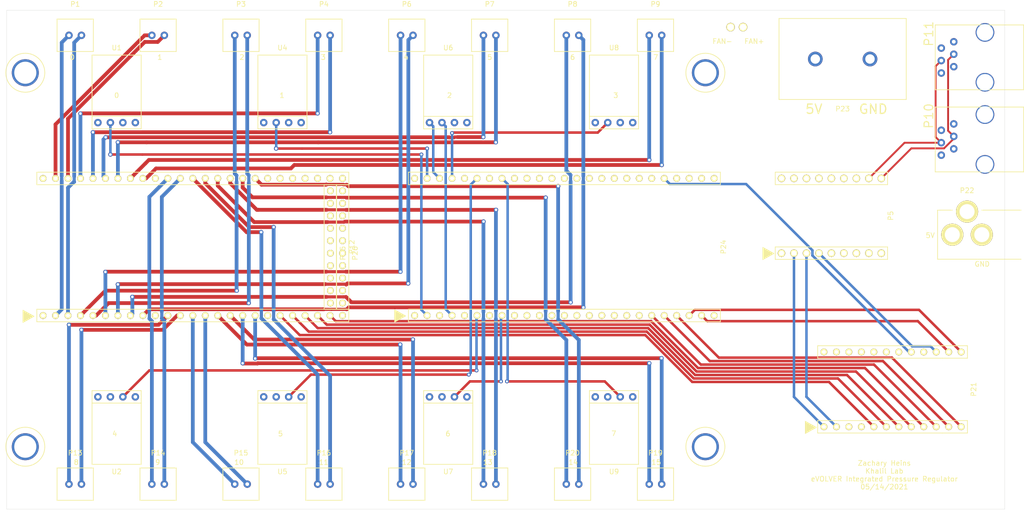
<source format=kicad_pcb>
(kicad_pcb (version 20171130) (host pcbnew "(5.1.9-0-10_14)")
  (layers (0 F.Cu signal) (1 In1.Cu signal hide) (2 In2.Cu signal hide) (31 B.Cu signal) (34 B.Paste user) (35 F.Paste user) (36 B.SilkS user) (37 F.SilkS user) (38 B.Mask user) (39 F.Mask user) (44 Edge.Cuts user))
  (net 0 "")
  (net 1 "Net-(C1-Pad1)")
  (net 2 GND)
  (net 3 +3V3)
  (net 4 /PV0-)
  (net 5 /PV0+)
  (net 6 /PV1+)
  (net 7 /PV1-)
  (net 8 /PV2-)
  (net 9 /PV2+)
  (net 10 /PV3+)
  (net 11 /PV3-)
  (net 12 +5V)
  (net 13 /UC_D12)
  (net 14 /UC_RX)
  (net 15 /UC_TX)
  (net 16 /A)
  (net 17 /B)
  (net 18 /PV4-)
  (net 19 /PV4+)
  (net 20 /PV5+)
  (net 21 /PV5-)
  (net 22 /PV6-)
  (net 23 /PV6+)
  (net 24 /PV7+)
  (net 25 /PV7-)
  (net 26 /PV15+)
  (net 27 /PV15-)
  (net 28 /PV13+)
  (net 29 /PV13-)
  (net 30 /PV11+)
  (net 31 /PV11-)
  (net 32 /PV9+)
  (net 33 /PV9-)
  (net 34 /PV8-)
  (net 35 /PV8+)
  (net 36 /PV10-)
  (net 37 /PV10+)
  (net 38 /PV12-)
  (net 39 /PV12+)
  (net 40 /PV14-)
  (net 41 /PV14+)
  (net 42 /GSCLK)
  (net 43 /XLAT)
  (net 44 /SCLK)
  (net 45 /SIN)
  (net 46 /M1_SOUT)
  (net 47 /UC_D10)
  (net 48 /UC_D11)
  (net 49 /UC_A0)
  (net 50 /UC_D7)
  (net 51 /UC_D8)
  (net 52 /UC_D9)
  (net 53 /P6)
  (net 54 /P4)
  (net 55 /P2)
  (net 56 /P0)
  (net 57 /P1)
  (net 58 /P3)
  (net 59 /P5)
  (net 60 /P7)
  (module mods:50_pin_10in (layer F.Cu) (at 138.938 73.5965 90)
    (fp_text reference P24 (at 0 32.385 90) (layer F.SilkS))
    (fp_text value CONN_02X25 hide)
    (pad 49 thru_hole circle (at -13.97 30.48) (size 1.397 1.397) (drill 0.8128) (layers *.Cu *.Mask F.SilkS) (net 2 GND))
    (pad 47 thru_hole circle (at -13.97 27.94) (size 1.397 1.397) (drill 0.8128) (layers *.Cu *.Mask F.SilkS) (net 48 /UC_D11))
    (pad 45 thru_hole circle (at -13.97 25.4) (size 1.397 1.397) (drill 0.8128) (layers *.Cu *.Mask F.SilkS) (net 47 /UC_D10))
    (pad 43 thru_hole circle (at -13.97 22.86) (size 1.397 1.397) (drill 0.8128) (layers *.Cu *.Mask F.SilkS) (net 52 /UC_D9))
    (pad 41 thru_hole circle (at -13.97 20.32) (size 1.397 1.397) (drill 0.8128) (layers *.Cu *.Mask F.SilkS) (net 51 /UC_D8))
    (pad 39 thru_hole circle (at -13.97 17.78) (size 1.397 1.397) (drill 0.8128) (layers *.Cu *.Mask F.SilkS) (net 50 /UC_D7))
    (pad 37 thru_hole circle (at -13.97 15.24) (size 1.397 1.397) (drill 0.8128) (layers *.Cu *.Mask F.SilkS) (net 2 GND))
    (pad 35 thru_hole circle (at -13.97 12.7) (size 1.397 1.397) (drill 0.8128) (layers *.Cu *.Mask F.SilkS) (net 2 GND))
    (pad 33 thru_hole circle (at -13.97 10.16) (size 1.397 1.397) (drill 0.8128) (layers *.Cu *.Mask F.SilkS))
    (pad 31 thru_hole circle (at -13.97 7.62) (size 1.397 1.397) (drill 0.8128) (layers *.Cu *.Mask F.SilkS) (net 2 GND))
    (pad 29 thru_hole circle (at -13.97 5.08) (size 1.397 1.397) (drill 0.8128) (layers *.Cu *.Mask F.SilkS))
    (pad 27 thru_hole circle (at -13.97 2.54) (size 1.397 1.397) (drill 0.8128) (layers *.Cu *.Mask F.SilkS) (net 2 GND))
    (pad 25 thru_hole circle (at -13.97 0) (size 1.397 1.397) (drill 0.8128) (layers *.Cu *.Mask F.SilkS))
    (pad 23 thru_hole circle (at -13.97 -2.54) (size 1.397 1.397) (drill 0.8128) (layers *.Cu *.Mask F.SilkS) (net 2 GND))
    (pad 21 thru_hole circle (at -13.97 -5.08) (size 1.397 1.397) (drill 0.8128) (layers *.Cu *.Mask F.SilkS))
    (pad 19 thru_hole circle (at -13.97 -7.62) (size 1.397 1.397) (drill 0.8128) (layers *.Cu *.Mask F.SilkS) (net 2 GND))
    (pad 17 thru_hole circle (at -13.97 -10.16) (size 1.397 1.397) (drill 0.8128) (layers *.Cu *.Mask F.SilkS) (net 2 GND))
    (pad 15 thru_hole circle (at -13.97 -12.7) (size 1.397 1.397) (drill 0.8128) (layers *.Cu *.Mask F.SilkS) (net 53 /P6))
    (pad 13 thru_hole circle (at -13.97 -15.24) (size 1.397 1.397) (drill 0.8128) (layers *.Cu *.Mask F.SilkS) (net 2 GND))
    (pad 11 thru_hole circle (at -13.97 -17.78) (size 1.397 1.397) (drill 0.8128) (layers *.Cu *.Mask F.SilkS) (net 54 /P4))
    (pad 9 thru_hole circle (at -13.97 -20.32) (size 1.397 1.397) (drill 0.8128) (layers *.Cu *.Mask F.SilkS) (net 2 GND))
    (pad 7 thru_hole circle (at -13.97 -22.86) (size 1.397 1.397) (drill 0.8128) (layers *.Cu *.Mask F.SilkS) (net 55 /P2))
    (pad 5 thru_hole circle (at -13.97 -25.4) (size 1.397 1.397) (drill 0.8128) (layers *.Cu *.Mask F.SilkS) (net 2 GND))
    (pad 3 thru_hole circle (at -13.97 -27.94) (size 1.397 1.397) (drill 0.8128) (layers *.Cu *.Mask F.SilkS) (net 56 /P0))
    (pad 1 thru_hole circle (at -13.97 -30.48) (size 1.397 1.397) (drill 0.8128) (layers *.Cu *.Mask F.SilkS) (net 2 GND))
    (pad 2 thru_hole circle (at 13.97 -30.48) (size 1.397 1.397) (drill 0.8128) (layers *.Cu *.Mask F.SilkS) (net 2 GND))
    (pad 4 thru_hole circle (at 13.97 -27.94) (size 1.397 1.397) (drill 0.8128) (layers *.Cu *.Mask F.SilkS) (net 57 /P1))
    (pad 6 thru_hole circle (at 13.97 -25.4) (size 1.397 1.397) (drill 0.8128) (layers *.Cu *.Mask F.SilkS) (net 2 GND))
    (pad 8 thru_hole circle (at 13.97 -22.86) (size 1.397 1.397) (drill 0.8128) (layers *.Cu *.Mask F.SilkS) (net 58 /P3))
    (pad 10 thru_hole circle (at 13.97 -20.32) (size 1.397 1.397) (drill 0.8128) (layers *.Cu *.Mask F.SilkS) (net 2 GND))
    (pad 12 thru_hole circle (at 13.97 -17.78) (size 1.397 1.397) (drill 0.8128) (layers *.Cu *.Mask F.SilkS) (net 59 /P5))
    (pad 14 thru_hole circle (at 13.97 -15.24) (size 1.397 1.397) (drill 0.8128) (layers *.Cu *.Mask F.SilkS) (net 2 GND))
    (pad 16 thru_hole circle (at 13.97 -12.7) (size 1.397 1.397) (drill 0.8128) (layers *.Cu *.Mask F.SilkS) (net 60 /P7))
    (pad 18 thru_hole circle (at 13.97 -10.16) (size 1.397 1.397) (drill 0.8128) (layers *.Cu *.Mask F.SilkS) (net 2 GND))
    (pad 20 thru_hole circle (at 13.97 -7.62) (size 1.397 1.397) (drill 0.8128) (layers *.Cu *.Mask F.SilkS) (net 2 GND))
    (pad 22 thru_hole circle (at 13.97 -5.08) (size 1.397 1.397) (drill 0.8128) (layers *.Cu *.Mask F.SilkS))
    (pad 24 thru_hole circle (at 13.97 -2.54) (size 1.397 1.397) (drill 0.8128) (layers *.Cu *.Mask F.SilkS) (net 2 GND))
    (pad 26 thru_hole circle (at 13.97 0) (size 1.397 1.397) (drill 0.8128) (layers *.Cu *.Mask F.SilkS))
    (pad 28 thru_hole circle (at 13.97 2.54) (size 1.397 1.397) (drill 0.8128) (layers *.Cu *.Mask F.SilkS) (net 2 GND))
    (pad 30 thru_hole circle (at 13.97 5.08) (size 1.397 1.397) (drill 0.8128) (layers *.Cu *.Mask F.SilkS))
    (pad 32 thru_hole circle (at 13.97 7.62) (size 1.397 1.397) (drill 0.8128) (layers *.Cu *.Mask F.SilkS) (net 2 GND))
    (pad 34 thru_hole circle (at 13.97 10.16) (size 1.397 1.397) (drill 0.8128) (layers *.Cu *.Mask F.SilkS))
    (pad 36 thru_hole circle (at 13.97 12.7) (size 1.397 1.397) (drill 0.8128) (layers *.Cu *.Mask F.SilkS) (net 2 GND))
    (pad 38 thru_hole circle (at 13.97 15.24) (size 1.397 1.397) (drill 0.8128) (layers *.Cu *.Mask F.SilkS) (net 2 GND))
    (pad 40 thru_hole circle (at 13.97 17.78) (size 1.397 1.397) (drill 0.8128) (layers *.Cu *.Mask F.SilkS) (net 3 +3V3))
    (pad 42 thru_hole circle (at 13.97 20.32) (size 1.397 1.397) (drill 0.8128) (layers *.Cu *.Mask F.SilkS) (net 49 /UC_A0))
    (pad 44 thru_hole circle (at 13.97 22.86) (size 1.397 1.397) (drill 0.8128) (layers *.Cu *.Mask F.SilkS))
    (pad 46 thru_hole circle (at 13.97 25.4) (size 1.397 1.397) (drill 0.8128) (layers *.Cu *.Mask F.SilkS) (net 12 +5V))
    (pad 48 thru_hole circle (at 13.97 27.94) (size 1.397 1.397) (drill 0.8128) (layers *.Cu *.Mask F.SilkS) (net 12 +5V))
    (pad 50 thru_hole circle (at 13.97 30.48) (size 1.397 1.397) (drill 0.8128) (layers *.Cu *.Mask F.SilkS) (net 2 GND))
  )
  (module mods:mh_632 (layer F.Cu) (at 167.64 38.1)
    (fp_text reference H3 hide)
    (fp_text value MountingHole)
    (pad 1 thru_hole circle (at 0 0) (size 5.5 5.5) (drill 4.5) (layers *.Cu *.Mask))
  )
  (module mods:mh_632 (layer F.Cu) (at 29.21 114.3)
    (fp_text reference H2 hide)
    (fp_text value MountingHole)
    (pad 1 thru_hole circle (at 0 0) (size 5.5 5.5) (drill 4.5) (layers *.Cu *.Mask))
  )
  (module mods:mh_632 (layer F.Cu) (at 29.21 38.1)
    (fp_text reference H1 hide)
    (fp_text value MountingHole)
    (pad 1 thru_hole circle (at 0 0) (size 5.5 5.5) (drill 4.5) (layers *.Cu *.Mask))
  )
  (module mods:HSC_SIP (layer F.Cu) (at 149.039942 48.26 180)
    (fp_text reference U8 (at 0 15.24) (layer F.SilkS))
    (fp_text value HSC_S)
    (pad 4 thru_hole circle (at 3.81 0 180) (size 1.524 1.524) (drill 0.762) (layers *.Cu *.Mask) (net 2 GND))
    (pad 3 thru_hole circle (at 1.27 0 180) (size 1.524 1.524) (drill 0.762) (layers *.Cu *.Mask) (net 58 /P3))
    (pad 2 thru_hole circle (at -1.27 0 180) (size 1.524 1.524) (drill 0.762) (layers *.Cu *.Mask) (net 3 +3V3))
    (pad 1 thru_hole circle (at -3.81 0 180) (size 1.524 1.524) (drill 0.762) (layers *.Cu *.Mask))
  )
  (module mods:HSC_SIP (layer F.Cu) (at 47.8028 48.26 180)
    (fp_text reference U1 (at 0 15.24) (layer F.SilkS))
    (fp_text value HSC_S)
    (pad 4 thru_hole circle (at 3.81 0 180) (size 1.524 1.524) (drill 0.762) (layers *.Cu *.Mask) (net 2 GND))
    (pad 3 thru_hole circle (at 1.27 0 180) (size 1.524 1.524) (drill 0.762) (layers *.Cu *.Mask) (net 56 /P0))
    (pad 2 thru_hole circle (at -1.27 0 180) (size 1.524 1.524) (drill 0.762) (layers *.Cu *.Mask) (net 3 +3V3))
    (pad 1 thru_hole circle (at -3.81 0 180) (size 1.524 1.524) (drill 0.762) (layers *.Cu *.Mask))
  )
  (module mods:50_pin_10in (layer F.Cu) (at 63.30442 73.60158 90)
    (fp_text reference P12 (at 0 32.385 90) (layer F.SilkS))
    (fp_text value CONN_02X25 hide)
    (pad 49 thru_hole circle (at -13.97 30.48) (size 1.397 1.397) (drill 0.8128) (layers *.Cu *.Mask F.SilkS) (net 2 GND))
    (pad 47 thru_hole circle (at -13.97 27.94) (size 1.397 1.397) (drill 0.8128) (layers *.Cu *.Mask F.SilkS) (net 46 /M1_SOUT))
    (pad 45 thru_hole circle (at -13.97 25.4) (size 1.397 1.397) (drill 0.8128) (layers *.Cu *.Mask F.SilkS) (net 45 /SIN))
    (pad 43 thru_hole circle (at -13.97 22.86) (size 1.397 1.397) (drill 0.8128) (layers *.Cu *.Mask F.SilkS) (net 44 /SCLK))
    (pad 41 thru_hole circle (at -13.97 20.32) (size 1.397 1.397) (drill 0.8128) (layers *.Cu *.Mask F.SilkS) (net 43 /XLAT))
    (pad 39 thru_hole circle (at -13.97 17.78) (size 1.397 1.397) (drill 0.8128) (layers *.Cu *.Mask F.SilkS) (net 42 /GSCLK))
    (pad 37 thru_hole circle (at -13.97 15.24) (size 1.397 1.397) (drill 0.8128) (layers *.Cu *.Mask F.SilkS) (net 2 GND))
    (pad 35 thru_hole circle (at -13.97 12.7) (size 1.397 1.397) (drill 0.8128) (layers *.Cu *.Mask F.SilkS) (net 41 /PV14+))
    (pad 33 thru_hole circle (at -13.97 10.16) (size 1.397 1.397) (drill 0.8128) (layers *.Cu *.Mask F.SilkS) (net 40 /PV14-))
    (pad 31 thru_hole circle (at -13.97 7.62) (size 1.397 1.397) (drill 0.8128) (layers *.Cu *.Mask F.SilkS) (net 39 /PV12+))
    (pad 29 thru_hole circle (at -13.97 5.08) (size 1.397 1.397) (drill 0.8128) (layers *.Cu *.Mask F.SilkS) (net 38 /PV12-))
    (pad 27 thru_hole circle (at -13.97 2.54) (size 1.397 1.397) (drill 0.8128) (layers *.Cu *.Mask F.SilkS) (net 37 /PV10+))
    (pad 25 thru_hole circle (at -13.97 0) (size 1.397 1.397) (drill 0.8128) (layers *.Cu *.Mask F.SilkS) (net 36 /PV10-))
    (pad 23 thru_hole circle (at -13.97 -2.54) (size 1.397 1.397) (drill 0.8128) (layers *.Cu *.Mask F.SilkS) (net 35 /PV8+))
    (pad 21 thru_hole circle (at -13.97 -5.08) (size 1.397 1.397) (drill 0.8128) (layers *.Cu *.Mask F.SilkS) (net 34 /PV8-))
    (pad 19 thru_hole circle (at -13.97 -7.62) (size 1.397 1.397) (drill 0.8128) (layers *.Cu *.Mask F.SilkS) (net 2 GND))
    (pad 17 thru_hole circle (at -13.97 -10.16) (size 1.397 1.397) (drill 0.8128) (layers *.Cu *.Mask F.SilkS) (net 23 /PV6+))
    (pad 15 thru_hole circle (at -13.97 -12.7) (size 1.397 1.397) (drill 0.8128) (layers *.Cu *.Mask F.SilkS) (net 22 /PV6-))
    (pad 13 thru_hole circle (at -13.97 -15.24) (size 1.397 1.397) (drill 0.8128) (layers *.Cu *.Mask F.SilkS) (net 19 /PV4+))
    (pad 11 thru_hole circle (at -13.97 -17.78) (size 1.397 1.397) (drill 0.8128) (layers *.Cu *.Mask F.SilkS) (net 18 /PV4-))
    (pad 9 thru_hole circle (at -13.97 -20.32) (size 1.397 1.397) (drill 0.8128) (layers *.Cu *.Mask F.SilkS) (net 9 /PV2+))
    (pad 7 thru_hole circle (at -13.97 -22.86) (size 1.397 1.397) (drill 0.8128) (layers *.Cu *.Mask F.SilkS) (net 8 /PV2-))
    (pad 5 thru_hole circle (at -13.97 -25.4) (size 1.397 1.397) (drill 0.8128) (layers *.Cu *.Mask F.SilkS) (net 5 /PV0+))
    (pad 3 thru_hole circle (at -13.97 -27.94) (size 1.397 1.397) (drill 0.8128) (layers *.Cu *.Mask F.SilkS) (net 4 /PV0-))
    (pad 1 thru_hole circle (at -13.97 -30.48) (size 1.397 1.397) (drill 0.8128) (layers *.Cu *.Mask F.SilkS) (net 2 GND))
    (pad 2 thru_hole circle (at 13.97 -30.48) (size 1.397 1.397) (drill 0.8128) (layers *.Cu *.Mask F.SilkS) (net 2 GND))
    (pad 4 thru_hole circle (at 13.97 -27.94) (size 1.397 1.397) (drill 0.8128) (layers *.Cu *.Mask F.SilkS) (net 7 /PV1-))
    (pad 6 thru_hole circle (at 13.97 -25.4) (size 1.397 1.397) (drill 0.8128) (layers *.Cu *.Mask F.SilkS) (net 6 /PV1+))
    (pad 8 thru_hole circle (at 13.97 -22.86) (size 1.397 1.397) (drill 0.8128) (layers *.Cu *.Mask F.SilkS) (net 11 /PV3-))
    (pad 10 thru_hole circle (at 13.97 -20.32) (size 1.397 1.397) (drill 0.8128) (layers *.Cu *.Mask F.SilkS) (net 10 /PV3+))
    (pad 12 thru_hole circle (at 13.97 -17.78) (size 1.397 1.397) (drill 0.8128) (layers *.Cu *.Mask F.SilkS) (net 21 /PV5-))
    (pad 14 thru_hole circle (at 13.97 -15.24) (size 1.397 1.397) (drill 0.8128) (layers *.Cu *.Mask F.SilkS) (net 20 /PV5+))
    (pad 16 thru_hole circle (at 13.97 -12.7) (size 1.397 1.397) (drill 0.8128) (layers *.Cu *.Mask F.SilkS) (net 25 /PV7-))
    (pad 18 thru_hole circle (at 13.97 -10.16) (size 1.397 1.397) (drill 0.8128) (layers *.Cu *.Mask F.SilkS) (net 24 /PV7+))
    (pad 20 thru_hole circle (at 13.97 -7.62) (size 1.397 1.397) (drill 0.8128) (layers *.Cu *.Mask F.SilkS) (net 2 GND))
    (pad 22 thru_hole circle (at 13.97 -5.08) (size 1.397 1.397) (drill 0.8128) (layers *.Cu *.Mask F.SilkS) (net 33 /PV9-))
    (pad 24 thru_hole circle (at 13.97 -2.54) (size 1.397 1.397) (drill 0.8128) (layers *.Cu *.Mask F.SilkS) (net 32 /PV9+))
    (pad 26 thru_hole circle (at 13.97 0) (size 1.397 1.397) (drill 0.8128) (layers *.Cu *.Mask F.SilkS) (net 31 /PV11-))
    (pad 28 thru_hole circle (at 13.97 2.54) (size 1.397 1.397) (drill 0.8128) (layers *.Cu *.Mask F.SilkS) (net 30 /PV11+))
    (pad 30 thru_hole circle (at 13.97 5.08) (size 1.397 1.397) (drill 0.8128) (layers *.Cu *.Mask F.SilkS) (net 29 /PV13-))
    (pad 32 thru_hole circle (at 13.97 7.62) (size 1.397 1.397) (drill 0.8128) (layers *.Cu *.Mask F.SilkS) (net 28 /PV13+))
    (pad 34 thru_hole circle (at 13.97 10.16) (size 1.397 1.397) (drill 0.8128) (layers *.Cu *.Mask F.SilkS) (net 27 /PV15-))
    (pad 36 thru_hole circle (at 13.97 12.7) (size 1.397 1.397) (drill 0.8128) (layers *.Cu *.Mask F.SilkS) (net 26 /PV15+))
    (pad 38 thru_hole circle (at 13.97 15.24) (size 1.397 1.397) (drill 0.8128) (layers *.Cu *.Mask F.SilkS) (net 2 GND))
    (pad 40 thru_hole circle (at 13.97 17.78) (size 1.397 1.397) (drill 0.8128) (layers *.Cu *.Mask F.SilkS))
    (pad 42 thru_hole circle (at 13.97 20.32) (size 1.397 1.397) (drill 0.8128) (layers *.Cu *.Mask F.SilkS))
    (pad 44 thru_hole circle (at 13.97 22.86) (size 1.397 1.397) (drill 0.8128) (layers *.Cu *.Mask F.SilkS))
    (pad 46 thru_hole circle (at 13.97 25.4) (size 1.397 1.397) (drill 0.8128) (layers *.Cu *.Mask F.SilkS) (net 12 +5V))
    (pad 48 thru_hole circle (at 13.97 27.94) (size 1.397 1.397) (drill 0.8128) (layers *.Cu *.Mask F.SilkS) (net 12 +5V))
    (pad 50 thru_hole circle (at 13.97 30.48) (size 1.397 1.397) (drill 0.8128) (layers *.Cu *.Mask F.SilkS) (net 2 GND))
  )
  (module mods:HSC_SIP (layer F.Cu) (at 115.294228 48.26 180)
    (fp_text reference U6 (at 0 15.24) (layer F.SilkS))
    (fp_text value HSC_S)
    (pad 4 thru_hole circle (at 3.81 0 180) (size 1.524 1.524) (drill 0.762) (layers *.Cu *.Mask) (net 2 GND))
    (pad 3 thru_hole circle (at 1.27 0 180) (size 1.524 1.524) (drill 0.762) (layers *.Cu *.Mask) (net 55 /P2))
    (pad 2 thru_hole circle (at -1.27 0 180) (size 1.524 1.524) (drill 0.762) (layers *.Cu *.Mask) (net 3 +3V3))
    (pad 1 thru_hole circle (at -3.81 0 180) (size 1.524 1.524) (drill 0.762) (layers *.Cu *.Mask))
  )
  (module mods:24_pin_10in (layer F.Cu) (at 205.74 102.616 90)
    (fp_text reference P21 (at 0 16.51 90) (layer F.SilkS))
    (fp_text value CONN_02X12 hide)
    (pad 23 thru_hole circle (at -7.62 13.97) (size 1.397 1.397) (drill 0.8128) (layers *.Cu *.Mask F.SilkS) (net 52 /UC_D9))
    (pad 21 thru_hole circle (at -7.62 11.43) (size 1.397 1.397) (drill 0.8128) (layers *.Cu *.Mask F.SilkS) (net 51 /UC_D8))
    (pad 19 thru_hole circle (at -7.62 8.89) (size 1.397 1.397) (drill 0.8128) (layers *.Cu *.Mask F.SilkS) (net 50 /UC_D7))
    (pad 17 thru_hole circle (at -7.62 6.35) (size 1.397 1.397) (drill 0.8128) (layers *.Cu *.Mask F.SilkS) (net 46 /M1_SOUT))
    (pad 15 thru_hole circle (at -7.62 3.81) (size 1.397 1.397) (drill 0.8128) (layers *.Cu *.Mask F.SilkS) (net 45 /SIN))
    (pad 13 thru_hole circle (at -7.62 1.27) (size 1.397 1.397) (drill 0.8128) (layers *.Cu *.Mask F.SilkS) (net 44 /SCLK))
    (pad 11 thru_hole circle (at -7.62 -1.27) (size 1.397 1.397) (drill 0.8128) (layers *.Cu *.Mask F.SilkS) (net 43 /XLAT))
    (pad 7 thru_hole circle (at -7.62 -6.35) (size 1.397 1.397) (drill 0.8128) (layers *.Cu *.Mask F.SilkS) (net 2 GND))
    (pad 5 thru_hole circle (at -7.62 -8.89) (size 1.397 1.397) (drill 0.8128) (layers *.Cu *.Mask F.SilkS) (net 1 "Net-(C1-Pad1)"))
    (pad 3 thru_hole circle (at -7.62 -11.43) (size 1.397 1.397) (drill 0.8128) (layers *.Cu *.Mask F.SilkS) (net 14 /UC_RX))
    (pad 1 thru_hole circle (at -7.62 -13.97) (size 1.397 1.397) (drill 0.8128) (layers *.Cu *.Mask F.SilkS) (net 15 /UC_TX))
    (pad 9 thru_hole circle (at -7.62 -3.81) (size 1.397 1.397) (drill 0.8128) (layers *.Cu *.Mask F.SilkS) (net 42 /GSCLK))
    (pad 10 thru_hole circle (at 7.62 -3.81) (size 1.397 1.397) (drill 0.8128) (layers *.Cu *.Mask F.SilkS))
    (pad 2 thru_hole circle (at 7.62 -13.97) (size 1.397 1.397) (drill 0.8128) (layers *.Cu *.Mask F.SilkS) (net 12 +5V))
    (pad 4 thru_hole circle (at 7.62 -11.43) (size 1.397 1.397) (drill 0.8128) (layers *.Cu *.Mask F.SilkS) (net 2 GND))
    (pad 6 thru_hole circle (at 7.62 -8.89) (size 1.397 1.397) (drill 0.8128) (layers *.Cu *.Mask F.SilkS))
    (pad 8 thru_hole circle (at 7.62 -6.35) (size 1.397 1.397) (drill 0.8128) (layers *.Cu *.Mask F.SilkS))
    (pad 12 thru_hole circle (at 7.62 -1.27) (size 1.397 1.397) (drill 0.8128) (layers *.Cu *.Mask F.SilkS))
    (pad 14 thru_hole circle (at 7.62 1.27) (size 1.397 1.397) (drill 0.8128) (layers *.Cu *.Mask F.SilkS))
    (pad 16 thru_hole circle (at 7.62 3.81) (size 1.397 1.397) (drill 0.8128) (layers *.Cu *.Mask F.SilkS) (net 49 /UC_A0))
    (pad 18 thru_hole circle (at 7.62 6.35) (size 1.397 1.397) (drill 0.8128) (layers *.Cu *.Mask F.SilkS))
    (pad 20 thru_hole circle (at 7.62 8.89) (size 1.397 1.397) (drill 0.8128) (layers *.Cu *.Mask F.SilkS) (net 13 /UC_D12))
    (pad 22 thru_hole circle (at 7.62 11.43) (size 1.397 1.397) (drill 0.8128) (layers *.Cu *.Mask F.SilkS) (net 48 /UC_D11))
    (pad 24 thru_hole circle (at 7.62 13.97) (size 1.397 1.397) (drill 0.8128) (layers *.Cu *.Mask F.SilkS) (net 47 /UC_D10))
  )
  (module mods:2x_9_pin_10in (layer F.Cu) (at 193.294 67.2465 90)
    (fp_text reference P5 (at 0 12.065 90) (layer F.SilkS))
    (fp_text value CONN_02X09 hide)
    (pad 18 thru_hole circle (at 7.62 10.16) (size 1.524 1.524) (drill 1.016) (layers *.Cu *.Mask F.SilkS) (net 17 /B))
    (pad 16 thru_hole circle (at 7.62 7.62) (size 1.524 1.524) (drill 1.016) (layers *.Cu *.Mask F.SilkS) (net 16 /A))
    (pad 14 thru_hole circle (at 7.62 5.08) (size 1.524 1.524) (drill 1.016) (layers *.Cu *.Mask F.SilkS))
    (pad 12 thru_hole circle (at 7.62 2.54) (size 1.524 1.524) (drill 1.016) (layers *.Cu *.Mask F.SilkS))
    (pad 10 thru_hole circle (at 7.62 0) (size 1.524 1.524) (drill 1.016) (layers *.Cu *.Mask F.SilkS))
    (pad 8 thru_hole circle (at 7.62 -2.54) (size 1.524 1.524) (drill 1.016) (layers *.Cu *.Mask F.SilkS))
    (pad 6 thru_hole circle (at 7.62 -5.08) (size 1.524 1.524) (drill 1.016) (layers *.Cu *.Mask F.SilkS))
    (pad 4 thru_hole circle (at 7.62 -7.62) (size 1.524 1.524) (drill 1.016) (layers *.Cu *.Mask F.SilkS))
    (pad 2 thru_hole circle (at 7.62 -10.16) (size 1.524 1.524) (drill 1.016) (layers *.Cu *.Mask F.SilkS) (net 2 GND))
    (pad 1 thru_hole circle (at -7.62 -10.16) (size 1.524 1.524) (drill 1.016) (layers *.Cu *.Mask F.SilkS) (net 2 GND))
    (pad 3 thru_hole circle (at -7.62 -7.62) (size 1.524 1.524) (drill 1.016) (layers *.Cu *.Mask F.SilkS) (net 15 /UC_TX))
    (pad 5 thru_hole circle (at -7.62 -5.08) (size 1.524 1.524) (drill 1.016) (layers *.Cu *.Mask F.SilkS) (net 14 /UC_RX))
    (pad 7 thru_hole circle (at -7.62 -2.54) (size 1.524 1.524) (drill 1.016) (layers *.Cu *.Mask F.SilkS) (net 13 /UC_D12))
    (pad 9 thru_hole circle (at -7.62 0) (size 1.524 1.524) (drill 1.016) (layers *.Cu *.Mask F.SilkS))
    (pad 11 thru_hole circle (at -7.62 2.54) (size 1.524 1.524) (drill 1.016) (layers *.Cu *.Mask F.SilkS))
    (pad 13 thru_hole circle (at -7.62 5.08) (size 1.524 1.524) (drill 1.016) (layers *.Cu *.Mask F.SilkS))
    (pad 15 thru_hole circle (at -7.62 7.62) (size 1.524 1.524) (drill 1.016) (layers *.Cu *.Mask F.SilkS) (net 12 +5V))
    (pad 17 thru_hole circle (at -7.62 10.16) (size 1.524 1.524) (drill 1.016) (layers *.Cu *.Mask F.SilkS) (net 2 GND))
  )
  (module mods:RJ14 (layer F.Cu) (at 224.5487 34.96056 90)
    (fp_text reference P11 (at 4.7879 -11.43 90) (layer F.SilkS) (effects (font (size 1.778 1.778) (thickness 0.2159))))
    (fp_text value RJ14)
    (pad 1 thru_hole circle (at -3.2 -8.89 90) (size 1.524 1.524) (drill 0.78) (layers *.Cu *.Mask))
    (pad 3 thru_hole circle (at -0.66 -8.89 90) (size 1.524 1.524) (drill 0.78) (layers *.Cu *.Mask) (net 16 /A))
    (pad 5 thru_hole circle (at 1.88 -8.89 90) (size 1.524 1.524) (drill 0.78) (layers *.Cu *.Mask) (net 2 GND))
    (pad 2 thru_hole circle (at -1.91 -6.35 90) (size 1.524 1.524) (drill 0.78) (layers *.Cu *.Mask) (net 2 GND))
    (pad 4 thru_hole circle (at 0.63 -6.35 90) (size 1.524 1.524) (drill 0.78) (layers *.Cu *.Mask) (net 17 /B))
    (pad MECH thru_hole circle (at 5.08 0 90) (size 3.8 3.8) (drill 3.35) (layers *.Cu *.Mask))
    (pad MECH thru_hole circle (at -5.08 0 90) (size 3.8 3.8) (drill 3.35) (layers *.Cu *.Mask))
    (pad 6 thru_hole circle (at 3.17 -6.35 90) (size 1.524 1.524) (drill 0.78) (layers *.Cu *.Mask))
  )
  (module mods:RJ14 (layer F.Cu) (at 224.5487 51.69916 90)
    (fp_text reference P10 (at 4.7879 -11.43 90) (layer F.SilkS) (effects (font (size 1.778 1.778) (thickness 0.2159))))
    (fp_text value RJ14)
    (pad 1 thru_hole circle (at -3.2 -8.89 90) (size 1.524 1.524) (drill 0.78) (layers *.Cu *.Mask))
    (pad 3 thru_hole circle (at -0.66 -8.89 90) (size 1.524 1.524) (drill 0.78) (layers *.Cu *.Mask) (net 16 /A))
    (pad 5 thru_hole circle (at 1.88 -8.89 90) (size 1.524 1.524) (drill 0.78) (layers *.Cu *.Mask) (net 2 GND))
    (pad 2 thru_hole circle (at -1.91 -6.35 90) (size 1.524 1.524) (drill 0.78) (layers *.Cu *.Mask) (net 2 GND))
    (pad 4 thru_hole circle (at 0.63 -6.35 90) (size 1.524 1.524) (drill 0.78) (layers *.Cu *.Mask) (net 17 /B))
    (pad MECH thru_hole circle (at 5.08 0 90) (size 3.8 3.8) (drill 3.35) (layers *.Cu *.Mask))
    (pad MECH thru_hole circle (at -5.08 0 90) (size 3.8 3.8) (drill 3.35) (layers *.Cu *.Mask))
    (pad 6 thru_hole circle (at 3.17 -6.35 90) (size 1.524 1.524) (drill 0.78) (layers *.Cu *.Mask))
  )
  (module mods:2.1mm_DC_Jack (layer F.Cu) (at 220.9038 71.0946 180)
    (fp_text reference P22 (at 0 9) (layer F.SilkS))
    (fp_text value CONN_01X03)
    (pad 3 thru_hole circle (at 0 4.7 180) (size 4.5 4.5) (drill 3.05) (layers *.Cu *.Mask F.SilkS) (net 2 GND))
    (pad 2 thru_hole circle (at -3 0 180) (size 4.5 4.5) (drill 3.05) (layers *.Cu *.Mask F.SilkS) (net 2 GND))
    (pad 1 thru_hole circle (at 3 0 180) (size 4.5 4.5) (drill 3.05) (layers *.Cu *.Mask F.SilkS) (net 12 +5V))
  )
  (module mods:10pin_tenth_in (layer F.Cu) (at 91.313 74.8665 90)
    (fp_text reference P25 (at 0 2.54 90) (layer F.SilkS))
    (fp_text value CONN_01X10 hide)
    (pad 10 thru_hole circle (at 12.7 0 90) (size 1.397 1.397) (drill 0.8128) (layers *.Cu *.Mask F.SilkS) (net 12 +5V))
    (pad 9 thru_hole circle (at 10.16 0 90) (size 1.397 1.397) (drill 0.8128) (layers *.Cu *.Mask F.SilkS) (net 12 +5V))
    (pad 8 thru_hole circle (at 7.62 0 90) (size 1.397 1.397) (drill 0.8128) (layers *.Cu *.Mask F.SilkS) (net 12 +5V))
    (pad 7 thru_hole circle (at 5.08 0 90) (size 1.397 1.397) (drill 0.8128) (layers *.Cu *.Mask F.SilkS) (net 12 +5V))
    (pad 6 thru_hole circle (at 2.54 0 90) (size 1.397 1.397) (drill 0.8128) (layers *.Cu *.Mask F.SilkS) (net 12 +5V))
    (pad 4 thru_hole circle (at -2.54 0 90) (size 1.397 1.397) (drill 0.8128) (layers *.Cu *.Mask F.SilkS) (net 12 +5V))
    (pad 3 thru_hole circle (at -5.08 0 90) (size 1.397 1.397) (drill 0.8128) (layers *.Cu *.Mask F.SilkS) (net 12 +5V))
    (pad 2 thru_hole circle (at -7.62 0 90) (size 1.397 1.397) (drill 0.8128) (layers *.Cu *.Mask F.SilkS) (net 12 +5V))
    (pad 1 thru_hole circle (at -10.16 0 90) (size 1.397 1.397) (drill 0.8128) (layers *.Cu *.Mask F.SilkS) (net 12 +5V))
    (pad 5 thru_hole circle (at 0 0 90) (size 1.397 1.397) (drill 0.8128) (layers *.Cu *.Mask F.SilkS) (net 12 +5V))
  )
  (module mods:10pin_tenth_in (layer F.Cu) (at 93.7895 74.8665 90)
    (fp_text reference P26 (at 0 2.54 90) (layer F.SilkS))
    (fp_text value CONN_01X10 hide)
    (pad 10 thru_hole circle (at 12.7 0 90) (size 1.397 1.397) (drill 0.8128) (layers *.Cu *.Mask F.SilkS) (net 2 GND))
    (pad 9 thru_hole circle (at 10.16 0 90) (size 1.397 1.397) (drill 0.8128) (layers *.Cu *.Mask F.SilkS) (net 2 GND))
    (pad 8 thru_hole circle (at 7.62 0 90) (size 1.397 1.397) (drill 0.8128) (layers *.Cu *.Mask F.SilkS) (net 2 GND))
    (pad 7 thru_hole circle (at 5.08 0 90) (size 1.397 1.397) (drill 0.8128) (layers *.Cu *.Mask F.SilkS) (net 2 GND))
    (pad 6 thru_hole circle (at 2.54 0 90) (size 1.397 1.397) (drill 0.8128) (layers *.Cu *.Mask F.SilkS) (net 2 GND))
    (pad 4 thru_hole circle (at -2.54 0 90) (size 1.397 1.397) (drill 0.8128) (layers *.Cu *.Mask F.SilkS) (net 2 GND))
    (pad 3 thru_hole circle (at -5.08 0 90) (size 1.397 1.397) (drill 0.8128) (layers *.Cu *.Mask F.SilkS) (net 2 GND))
    (pad 2 thru_hole circle (at -7.62 0 90) (size 1.397 1.397) (drill 0.8128) (layers *.Cu *.Mask F.SilkS) (net 2 GND))
    (pad 1 thru_hole circle (at -10.16 0 90) (size 1.397 1.397) (drill 0.8128) (layers *.Cu *.Mask F.SilkS) (net 2 GND))
    (pad 5 thru_hole circle (at 0 0 90) (size 1.397 1.397) (drill 0.8128) (layers *.Cu *.Mask F.SilkS) (net 2 GND))
  )
  (module mods:HSC_SIP (layer F.Cu) (at 47.8028 104.14)
    (fp_text reference U2 (at 0 15.24) (layer F.SilkS))
    (fp_text value HSC_S)
    (pad 4 thru_hole circle (at 3.81 0) (size 1.524 1.524) (drill 0.762) (layers *.Cu *.Mask) (net 2 GND))
    (pad 3 thru_hole circle (at 1.27 0) (size 1.524 1.524) (drill 0.762) (layers *.Cu *.Mask) (net 54 /P4))
    (pad 2 thru_hole circle (at -1.27 0) (size 1.524 1.524) (drill 0.762) (layers *.Cu *.Mask) (net 3 +3V3))
    (pad 1 thru_hole circle (at -3.81 0) (size 1.524 1.524) (drill 0.762) (layers *.Cu *.Mask))
  )
  (module mods:HSC_SIP (layer F.Cu) (at 81.548514 48.26 180)
    (fp_text reference U4 (at 0 15.24) (layer F.SilkS))
    (fp_text value HSC_S)
    (pad 4 thru_hole circle (at 3.81 0 180) (size 1.524 1.524) (drill 0.762) (layers *.Cu *.Mask) (net 2 GND))
    (pad 3 thru_hole circle (at 1.27 0 180) (size 1.524 1.524) (drill 0.762) (layers *.Cu *.Mask) (net 57 /P1))
    (pad 2 thru_hole circle (at -1.27 0 180) (size 1.524 1.524) (drill 0.762) (layers *.Cu *.Mask) (net 3 +3V3))
    (pad 1 thru_hole circle (at -3.81 0 180) (size 1.524 1.524) (drill 0.762) (layers *.Cu *.Mask))
  )
  (module mods:HSC_SIP (layer F.Cu) (at 81.548514 104.14)
    (fp_text reference U5 (at 0 15.24) (layer F.SilkS))
    (fp_text value HSC_S)
    (pad 4 thru_hole circle (at 3.81 0) (size 1.524 1.524) (drill 0.762) (layers *.Cu *.Mask) (net 2 GND))
    (pad 3 thru_hole circle (at 1.27 0) (size 1.524 1.524) (drill 0.762) (layers *.Cu *.Mask) (net 59 /P5))
    (pad 2 thru_hole circle (at -1.27 0) (size 1.524 1.524) (drill 0.762) (layers *.Cu *.Mask) (net 3 +3V3))
    (pad 1 thru_hole circle (at -3.81 0) (size 1.524 1.524) (drill 0.762) (layers *.Cu *.Mask))
  )
  (module mods:HSC_SIP (layer F.Cu) (at 115.294228 104.14)
    (fp_text reference U7 (at 0 15.24) (layer F.SilkS))
    (fp_text value HSC_S)
    (pad 4 thru_hole circle (at 3.81 0) (size 1.524 1.524) (drill 0.762) (layers *.Cu *.Mask) (net 2 GND))
    (pad 3 thru_hole circle (at 1.27 0) (size 1.524 1.524) (drill 0.762) (layers *.Cu *.Mask) (net 53 /P6))
    (pad 2 thru_hole circle (at -1.27 0) (size 1.524 1.524) (drill 0.762) (layers *.Cu *.Mask) (net 3 +3V3))
    (pad 1 thru_hole circle (at -3.81 0) (size 1.524 1.524) (drill 0.762) (layers *.Cu *.Mask))
  )
  (module mods:HSC_SIP (layer F.Cu) (at 149.039942 104.14)
    (fp_text reference U9 (at 0 15.24) (layer F.SilkS))
    (fp_text value HSC_S)
    (pad 4 thru_hole circle (at 3.81 0) (size 1.524 1.524) (drill 0.762) (layers *.Cu *.Mask) (net 2 GND))
    (pad 3 thru_hole circle (at 1.27 0) (size 1.524 1.524) (drill 0.762) (layers *.Cu *.Mask) (net 60 /P7))
    (pad 2 thru_hole circle (at -1.27 0) (size 1.524 1.524) (drill 0.762) (layers *.Cu *.Mask) (net 3 +3V3))
    (pad 1 thru_hole circle (at -3.81 0) (size 1.524 1.524) (drill 0.762) (layers *.Cu *.Mask))
  )
  (module mods:conn_2x1_molex (layer F.Cu) (at 39.37 30.48 180)
    (fp_text reference P1 (at 0 6.35) (layer F.SilkS))
    (fp_text value CONN_01X02)
    (pad 2 thru_hole circle (at 1.27 0 180) (size 1.524 1.524) (drill 0.762) (layers *.Cu *.Mask) (net 4 /PV0-))
    (pad 1 thru_hole circle (at -1.27 0 180) (size 1.524 1.524) (drill 0.762) (layers *.Cu *.Mask) (net 5 /PV0+))
  )
  (module mods:conn_2x1_molex (layer F.Cu) (at 56.242857 30.48 180)
    (fp_text reference P2 (at 0 6.35) (layer F.SilkS))
    (fp_text value CONN_01X02)
    (pad 2 thru_hole circle (at 1.27 0 180) (size 1.524 1.524) (drill 0.762) (layers *.Cu *.Mask) (net 7 /PV1-))
    (pad 1 thru_hole circle (at -1.27 0 180) (size 1.524 1.524) (drill 0.762) (layers *.Cu *.Mask) (net 6 /PV1+))
  )
  (module mods:conn_2x1_molex (layer F.Cu) (at 73.115714 30.48 180)
    (fp_text reference P3 (at 0 6.35) (layer F.SilkS))
    (fp_text value CONN_01X02)
    (pad 2 thru_hole circle (at 1.27 0 180) (size 1.524 1.524) (drill 0.762) (layers *.Cu *.Mask) (net 8 /PV2-))
    (pad 1 thru_hole circle (at -1.27 0 180) (size 1.524 1.524) (drill 0.762) (layers *.Cu *.Mask) (net 9 /PV2+))
  )
  (module mods:conn_2x1_molex (layer F.Cu) (at 89.988571 30.48 180)
    (fp_text reference P4 (at 0 6.35) (layer F.SilkS))
    (fp_text value CONN_01X02)
    (pad 2 thru_hole circle (at 1.27 0 180) (size 1.524 1.524) (drill 0.762) (layers *.Cu *.Mask) (net 11 /PV3-))
    (pad 1 thru_hole circle (at -1.27 0 180) (size 1.524 1.524) (drill 0.762) (layers *.Cu *.Mask) (net 10 /PV3+))
  )
  (module mods:conn_2x1_molex (layer F.Cu) (at 106.861428 30.48 180)
    (fp_text reference P6 (at 0 6.35) (layer F.SilkS))
    (fp_text value CONN_01X02)
    (pad 2 thru_hole circle (at 1.27 0 180) (size 1.524 1.524) (drill 0.762) (layers *.Cu *.Mask) (net 18 /PV4-))
    (pad 1 thru_hole circle (at -1.27 0 180) (size 1.524 1.524) (drill 0.762) (layers *.Cu *.Mask) (net 19 /PV4+))
  )
  (module mods:conn_2x1_molex (layer F.Cu) (at 123.734285 30.48 180)
    (fp_text reference P7 (at 0 6.35) (layer F.SilkS))
    (fp_text value CONN_01X02)
    (pad 2 thru_hole circle (at 1.27 0 180) (size 1.524 1.524) (drill 0.762) (layers *.Cu *.Mask) (net 21 /PV5-))
    (pad 1 thru_hole circle (at -1.27 0 180) (size 1.524 1.524) (drill 0.762) (layers *.Cu *.Mask) (net 20 /PV5+))
  )
  (module mods:conn_2x1_molex (layer F.Cu) (at 140.607142 30.48 180)
    (fp_text reference P8 (at 0 6.35) (layer F.SilkS))
    (fp_text value CONN_01X02)
    (pad 2 thru_hole circle (at 1.27 0 180) (size 1.524 1.524) (drill 0.762) (layers *.Cu *.Mask) (net 22 /PV6-))
    (pad 1 thru_hole circle (at -1.27 0 180) (size 1.524 1.524) (drill 0.762) (layers *.Cu *.Mask) (net 23 /PV6+))
  )
  (module mods:conn_2x1_molex (layer F.Cu) (at 157.48 30.48 180)
    (fp_text reference P9 (at 0 6.35) (layer F.SilkS))
    (fp_text value CONN_01X02)
    (pad 2 thru_hole circle (at 1.27 0 180) (size 1.524 1.524) (drill 0.762) (layers *.Cu *.Mask) (net 25 /PV7-))
    (pad 1 thru_hole circle (at -1.27 0 180) (size 1.524 1.524) (drill 0.762) (layers *.Cu *.Mask) (net 24 /PV7+))
  )
  (module mods:conn_2x1_molex (layer F.Cu) (at 39.37 121.92 180)
    (fp_text reference P13 (at 0 6.35) (layer F.SilkS))
    (fp_text value CONN_01X02)
    (pad 2 thru_hole circle (at 1.27 0 180) (size 1.524 1.524) (drill 0.762) (layers *.Cu *.Mask) (net 34 /PV8-))
    (pad 1 thru_hole circle (at -1.27 0 180) (size 1.524 1.524) (drill 0.762) (layers *.Cu *.Mask) (net 35 /PV8+))
  )
  (module mods:conn_2x1_molex (layer F.Cu) (at 56.242857 121.92 180)
    (fp_text reference P14 (at 0 6.35) (layer F.SilkS))
    (fp_text value CONN_01X02)
    (pad 2 thru_hole circle (at 1.27 0 180) (size 1.524 1.524) (drill 0.762) (layers *.Cu *.Mask) (net 33 /PV9-))
    (pad 1 thru_hole circle (at -1.27 0 180) (size 1.524 1.524) (drill 0.762) (layers *.Cu *.Mask) (net 32 /PV9+))
  )
  (module mods:conn_2x1_molex (layer F.Cu) (at 73.115714 121.92 180)
    (fp_text reference P15 (at 0 6.35) (layer F.SilkS))
    (fp_text value CONN_01X02)
    (pad 2 thru_hole circle (at 1.27 0 180) (size 1.524 1.524) (drill 0.762) (layers *.Cu *.Mask) (net 36 /PV10-))
    (pad 1 thru_hole circle (at -1.27 0 180) (size 1.524 1.524) (drill 0.762) (layers *.Cu *.Mask) (net 37 /PV10+))
  )
  (module mods:conn_2x1_molex (layer F.Cu) (at 89.988571 121.92 180)
    (fp_text reference P16 (at 0 6.35) (layer F.SilkS))
    (fp_text value CONN_01X02)
    (pad 2 thru_hole circle (at 1.27 0 180) (size 1.524 1.524) (drill 0.762) (layers *.Cu *.Mask) (net 31 /PV11-))
    (pad 1 thru_hole circle (at -1.27 0 180) (size 1.524 1.524) (drill 0.762) (layers *.Cu *.Mask) (net 30 /PV11+))
  )
  (module mods:conn_2x1_molex (layer F.Cu) (at 106.861428 121.92 180)
    (fp_text reference P17 (at 0 6.35) (layer F.SilkS))
    (fp_text value CONN_01X02)
    (pad 2 thru_hole circle (at 1.27 0 180) (size 1.524 1.524) (drill 0.762) (layers *.Cu *.Mask) (net 38 /PV12-))
    (pad 1 thru_hole circle (at -1.27 0 180) (size 1.524 1.524) (drill 0.762) (layers *.Cu *.Mask) (net 39 /PV12+))
  )
  (module mods:conn_2x1_molex (layer F.Cu) (at 123.734285 121.92 180)
    (fp_text reference P18 (at 0 6.35) (layer F.SilkS))
    (fp_text value CONN_01X02)
    (pad 2 thru_hole circle (at 1.27 0 180) (size 1.524 1.524) (drill 0.762) (layers *.Cu *.Mask) (net 29 /PV13-))
    (pad 1 thru_hole circle (at -1.27 0 180) (size 1.524 1.524) (drill 0.762) (layers *.Cu *.Mask) (net 28 /PV13+))
  )
  (module mods:conn_2x1_molex (layer F.Cu) (at 157.48 121.92 180)
    (fp_text reference P19 (at 0 6.35) (layer F.SilkS))
    (fp_text value CONN_01X02)
    (pad 2 thru_hole circle (at 1.27 0 180) (size 1.524 1.524) (drill 0.762) (layers *.Cu *.Mask) (net 40 /PV14-))
    (pad 1 thru_hole circle (at -1.27 0 180) (size 1.524 1.524) (drill 0.762) (layers *.Cu *.Mask) (net 41 /PV14+))
  )
  (module mods:conn_2x1_molex (layer F.Cu) (at 140.607142 121.92 180)
    (fp_text reference P20 (at 0 6.35) (layer F.SilkS))
    (fp_text value CONN_01X02)
    (pad 2 thru_hole circle (at 1.27 0 180) (size 1.524 1.524) (drill 0.762) (layers *.Cu *.Mask) (net 27 /PV15-))
    (pad 1 thru_hole circle (at -1.27 0 180) (size 1.524 1.524) (drill 0.762) (layers *.Cu *.Mask) (net 26 /PV15+))
  )
  (module mods:molex_2x1_0386307802 (layer F.Cu) (at 195.58 35.306)
    (fp_text reference P23 (at 0 10.16) (layer F.SilkS))
    (fp_text value CONN_01X02)
    (pad 2 thru_hole circle (at 5.565 0) (size 3 3) (drill 1.93) (layers *.Cu *.Mask) (net 2 GND))
    (pad 1 thru_hole circle (at -5.565 0) (size 3 3) (drill 1.93) (layers *.Cu *.Mask) (net 12 +5V))
  )
  (module mods:mh_632 (layer F.Cu) (at 167.64 114.3)
    (fp_text reference H4 hide)
    (fp_text value MountingHole)
    (pad 1 thru_hole circle (at 0 0) (size 5.5 5.5) (drill 4.5) (layers *.Cu *.Mask))
  )
  (module mods:screw_terminal (layer F.Cu) (at 174.0408 28.8036 180)
    (fp_text reference P27 hide)
    (fp_text value CONN_01X02 hide)
    (pad 1 thru_hole circle (at -1.27 0 180) (size 1.75 1.75) (drill 1.3) (layers *.Cu *.Mask F.SilkS) (net 12 +5V))
    (pad 2 thru_hole circle (at 1.27 0 180) (size 1.75 1.75) (drill 1.3) (layers *.Cu *.Mask F.SilkS) (net 2 GND))
  )
  (gr_text "Zachary Heins\nKhalil Lab\neVOLVER Integrated Pressure Regulator\n05/14/2021" (at 204.0636 120.0658) (layer F.SilkS) (effects (font (size 1 1))))
  (gr_text 7 (at 148.9964 111.6076) (layer F.SilkS) (effects (font (size 1 1))))
  (gr_text 6 (at 115.2398 111.6584) (layer F.SilkS) (effects (font (size 1 1))))
  (gr_text 5 (at 81.153 111.6584) (layer F.SilkS) (effects (font (size 1 1))))
  (gr_text 4 (at 47.4218 111.6584) (layer F.SilkS) (effects (font (size 1 1))))
  (gr_text 3 (at 149.4028 42.7228) (layer F.SilkS) (effects (font (size 1 1))))
  (gr_text 2 (at 115.5446 42.7228) (layer F.SilkS) (effects (font (size 1 1))))
  (gr_text 1 (at 81.4578 42.7228) (layer F.SilkS) (effects (font (size 1 1))))
  (gr_text 0 (at 47.8028 42.7228) (layer F.SilkS) (effects (font (size 1 1))))
  (gr_text 0 (at 38.7858 34.9504) (layer F.SilkS) (effects (font (size 1 1))))
  (gr_text 15 (at 157.6324 117.475) (layer F.SilkS) (effects (font (size 1 1))))
  (gr_text 14 (at 140.7414 117.475) (layer F.SilkS) (effects (font (size 1 1))))
  (gr_text 13 (at 123.3424 117.475) (layer F.SilkS) (effects (font (size 1 1))))
  (gr_text 12 (at 106.8324 117.475) (layer F.SilkS) (effects (font (size 1 1))))
  (gr_text 11 (at 89.9414 117.475) (layer F.SilkS) (effects (font (size 1 1))))
  (gr_text 10 (at 72.7202 117.475) (layer F.SilkS) (effects (font (size 1 1))))
  (gr_text 9 (at 56.1594 117.475) (layer F.SilkS) (effects (font (size 1 1))))
  (gr_text 8 (at 39.5732 117.475) (layer F.SilkS) (effects (font (size 1 1))))
  (gr_text 7 (at 157.5308 34.9504) (layer F.SilkS) (effects (font (size 1 1))))
  (gr_text 6 (at 140.6144 34.9504) (layer F.SilkS) (effects (font (size 1 1))))
  (gr_text 5 (at 123.7488 34.9504) (layer F.SilkS) (effects (font (size 1 1))))
  (gr_text 4 (at 106.7308 34.9504) (layer F.SilkS) (effects (font (size 1 1))))
  (gr_text 3 (at 89.8652 34.9504) (layer F.SilkS) (effects (font (size 1 1))))
  (gr_text 2 (at 73.3044 34.9504) (layer F.SilkS) (effects (font (size 1 1))))
  (gr_text 1 (at 56.5912 34.9504) (layer F.SilkS) (effects (font (size 1 1))))
  (gr_text GND (at 223.9772 77.089) (layer F.SilkS) (effects (font (size 1 1))))
  (gr_text 5V (at 213.4108 71.247) (layer F.SilkS) (effects (font (size 1 1))))
  (gr_text GND (at 201.803 45.5168) (layer F.SilkS) (effects (font (size 1.905 1.905) (thickness 0.254))))
  (gr_text 5V (at 189.738 45.5168) (layer F.SilkS) (effects (font (size 1.905 1.905) (thickness 0.254))))
  (gr_poly (pts (xy 106.6546 87.6554) (xy 104.3686 88.9254) (xy 104.3686 86.3854)) (layer F.SilkS) (width 0.1))
  (gr_poly (pts (xy 31.0134 87.7316) (xy 28.7274 89.0016) (xy 28.7274 86.4616)) (layer F.SilkS) (width 0.1))
  (gr_poly (pts (xy 190.246 110.363) (xy 187.96 111.633) (xy 187.96 109.093)) (layer F.SilkS) (width 0.1))
  (gr_poly (pts (xy 181.61 74.93) (xy 179.324 76.2) (xy 179.324 73.66)) (layer F.SilkS) (width 0.1))
  (gr_text FAN- (at 171.0944 31.6992) (layer F.SilkS) (effects (font (size 1 1))))
  (gr_text FAN+ (at 177.5968 31.6992) (layer F.SilkS) (effects (font (size 1 1))))
  (gr_line (start 25.4 25.4) (end 25.4 127) (layer Edge.Cuts) (width 0.05))
  (gr_line (start 25.4 127) (end 228.6 127) (layer Edge.Cuts) (width 0.05))
  (gr_line (start 228.6 25.4) (end 228.6 127) (layer Edge.Cuts) (width 0.05))
  (gr_line (start 25.4 25.4) (end 228.6 25.4) (layer Edge.Cuts) (width 0.05))
  (segment (start 112.246227 49.021999) (end 112.246227 58.334727) (width 0.508) (layer B.Cu) (net 2))
  (segment (start 112.246227 58.334727) (end 113.538 59.6265) (width 0.508) (layer B.Cu) (net 2))
  (segment (start 111.484228 48.26) (end 112.246227 49.021999) (width 0.508) (layer B.Cu) (net 2))
  (segment (start 38.1 30.48) (end 36.624919 31.955081) (width 0.762) (layer B.Cu) (net 4))
  (segment (start 36.624919 31.955081) (end 36.624919 59.180119) (width 0.762) (layer B.Cu) (net 4))
  (segment (start 36.624919 59.688119) (end 36.6268 59.69) (width 0.635) (layer B.Cu) (net 4))
  (segment (start 36.624919 59.180119) (end 36.624919 59.688119) (width 0.635) (layer B.Cu) (net 4))
  (segment (start 36.624919 59.688119) (end 36.624919 60.094519) (width 0.635) (layer B.Cu) (net 4))
  (segment (start 36.624919 86.311081) (end 35.36442 87.57158) (width 0.762) (layer B.Cu) (net 4))
  (segment (start 36.624919 60.094519) (end 36.624919 86.311081) (width 0.762) (layer B.Cu) (net 4))
  (segment (start 40.64 30.48) (end 39.164919 31.955081) (width 0.762) (layer B.Cu) (net 5))
  (segment (start 39.164919 31.955081) (end 39.164919 59.230919) (width 0.762) (layer B.Cu) (net 5))
  (segment (start 39.164919 59.230919) (end 39.164919 60.348519) (width 0.635) (layer B.Cu) (net 5))
  (segment (start 37.90442 61.525242) (end 37.90442 87.57158) (width 0.762) (layer B.Cu) (net 5))
  (segment (start 39.081143 60.348519) (end 37.90442 61.525242) (width 0.762) (layer B.Cu) (net 5))
  (segment (start 39.164919 60.348519) (end 39.081143 60.348519) (width 0.762) (layer B.Cu) (net 5))
  (segment (start 37.90442 47.445098) (end 37.90442 59.63158) (width 0.762) (layer F.Cu) (net 6))
  (segment (start 53.526517 31.823001) (end 37.90442 47.445098) (width 0.762) (layer F.Cu) (net 6))
  (segment (start 57.512857 30.48) (end 56.169856 31.823001) (width 0.762) (layer F.Cu) (net 6))
  (segment (start 56.169856 31.823001) (end 53.526517 31.823001) (width 0.762) (layer F.Cu) (net 6))
  (segment (start 35.36442 48.624611) (end 35.36442 59.63158) (width 0.762) (layer F.Cu) (net 7))
  (segment (start 53.509031 30.48) (end 35.36442 48.624611) (width 0.762) (layer F.Cu) (net 7))
  (segment (start 54.972857 30.48) (end 53.509031 30.48) (width 0.762) (layer F.Cu) (net 7))
  (segment (start 71.845714 58.659212) (end 72.216102 59.0296) (width 0.762) (layer B.Cu) (net 8))
  (segment (start 71.845714 30.48) (end 71.845714 58.659212) (width 0.762) (layer B.Cu) (net 8))
  (segment (start 72.216102 59.0296) (end 72.216102 60.379702) (width 0.635) (layer B.Cu) (net 8))
  (via (at 72.2376 82.4992) (size 0.89) (drill 0.51) (layers F.Cu B.Cu) (net 8))
  (segment (start 72.216102 82.477702) (end 72.2376 82.4992) (width 0.762) (layer B.Cu) (net 8))
  (segment (start 72.216102 60.379702) (end 72.216102 82.477702) (width 0.762) (layer B.Cu) (net 8))
  (segment (start 45.5168 82.4992) (end 40.44442 87.57158) (width 0.762) (layer F.Cu) (net 8))
  (segment (start 72.2376 82.4992) (end 45.5168 82.4992) (width 0.762) (layer F.Cu) (net 8))
  (segment (start 74.385714 30.48) (end 74.385714 58.659212) (width 0.762) (layer B.Cu) (net 9))
  (segment (start 74.385714 58.659212) (end 74.705302 58.9788) (width 0.762) (layer B.Cu) (net 9))
  (segment (start 74.705302 58.9788) (end 74.705302 60.532102) (width 0.635) (layer B.Cu) (net 9))
  (via (at 74.676 85.0392) (size 0.89) (drill 0.51) (layers F.Cu B.Cu) (net 9))
  (segment (start 74.705302 85.009898) (end 74.676 85.0392) (width 0.762) (layer B.Cu) (net 9))
  (segment (start 74.705302 60.532102) (end 74.705302 85.009898) (width 0.762) (layer B.Cu) (net 9))
  (segment (start 46.163138 85.0392) (end 43.630758 87.57158) (width 0.762) (layer F.Cu) (net 9))
  (segment (start 43.630758 87.57158) (end 42.98442 87.57158) (width 0.762) (layer F.Cu) (net 9))
  (segment (start 74.676 85.0392) (end 46.163138 85.0392) (width 0.762) (layer F.Cu) (net 9))
  (via (at 91.2368 50.221199) (size 0.89) (drill 0.51) (layers F.Cu B.Cu) (net 10))
  (segment (start 91.258571 50.199428) (end 91.2368 50.221199) (width 0.762) (layer B.Cu) (net 10))
  (segment (start 91.258571 30.48) (end 91.258571 50.199428) (width 0.762) (layer B.Cu) (net 10))
  (via (at 42.9768 50.2412) (size 0.89) (drill 0.51) (layers F.Cu B.Cu) (net 10))
  (segment (start 42.996801 50.221199) (end 42.9768 50.2412) (width 0.762) (layer F.Cu) (net 10))
  (segment (start 91.2368 50.221199) (end 42.996801 50.221199) (width 0.762) (layer F.Cu) (net 10))
  (segment (start 42.9768 59.62396) (end 42.98442 59.63158) (width 0.762) (layer B.Cu) (net 10))
  (segment (start 42.9768 50.2412) (end 42.9768 59.62396) (width 0.762) (layer B.Cu) (net 10))
  (via (at 88.6968 46.3804) (size 0.89) (drill 0.51) (layers F.Cu B.Cu) (net 11))
  (segment (start 88.718571 46.358629) (end 88.6968 46.3804) (width 0.762) (layer B.Cu) (net 11))
  (segment (start 88.718571 30.48) (end 88.718571 46.358629) (width 0.762) (layer B.Cu) (net 11))
  (via (at 40.4368 46.4312) (size 0.89) (drill 0.51) (layers F.Cu B.Cu) (net 11))
  (segment (start 40.4876 46.3804) (end 40.4368 46.4312) (width 0.762) (layer F.Cu) (net 11))
  (segment (start 88.6968 46.3804) (end 40.4876 46.3804) (width 0.762) (layer F.Cu) (net 11))
  (segment (start 40.4368 59.62396) (end 40.44442 59.63158) (width 0.762) (layer B.Cu) (net 11))
  (segment (start 40.4368 46.4312) (end 40.4368 59.62396) (width 0.762) (layer B.Cu) (net 11))
  (segment (start 209.730999 93.843499) (end 190.754 74.8665) (width 0.508) (layer B.Cu) (net 13))
  (segment (start 213.477499 93.843499) (end 209.730999 93.843499) (width 0.508) (layer B.Cu) (net 13))
  (segment (start 214.63 94.996) (end 213.477499 93.843499) (width 0.508) (layer B.Cu) (net 13))
  (segment (start 188.214 104.14) (end 188.214 74.8665) (width 0.508) (layer B.Cu) (net 14))
  (segment (start 194.31 110.236) (end 188.214 104.14) (width 0.508) (layer B.Cu) (net 14))
  (segment (start 185.674 104.14) (end 185.674 74.8665) (width 0.508) (layer B.Cu) (net 15))
  (segment (start 191.77 110.236) (end 185.674 104.14) (width 0.508) (layer B.Cu) (net 15))
  (segment (start 214.506199 51.206659) (end 215.6587 52.35916) (width 0.381) (layer F.Cu) (net 16))
  (segment (start 214.506199 36.773061) (end 214.506199 51.206659) (width 0.381) (layer F.Cu) (net 16))
  (segment (start 215.6587 35.62056) (end 214.506199 36.773061) (width 0.381) (layer F.Cu) (net 16))
  (segment (start 208.18134 52.35916) (end 215.6587 52.35916) (width 0.381) (layer F.Cu) (net 16))
  (segment (start 200.914 59.6265) (end 208.18134 52.35916) (width 0.381) (layer F.Cu) (net 16))
  (segment (start 217.046199 35.483061) (end 217.046199 49.916659) (width 0.381) (layer F.Cu) (net 17))
  (segment (start 217.046199 49.916659) (end 218.1987 51.06916) (width 0.381) (layer F.Cu) (net 17))
  (segment (start 218.1987 34.33056) (end 217.046199 35.483061) (width 0.381) (layer F.Cu) (net 17))
  (segment (start 216.211901 53.511661) (end 218.1987 51.524862) (width 0.381) (layer F.Cu) (net 17))
  (segment (start 218.1987 51.524862) (end 218.1987 51.06916) (width 0.381) (layer F.Cu) (net 17))
  (segment (start 209.568839 53.511661) (end 216.211901 53.511661) (width 0.381) (layer F.Cu) (net 17))
  (segment (start 203.454 59.6265) (end 209.568839 53.511661) (width 0.381) (layer F.Cu) (net 17))
  (via (at 105.5624 78.6384) (size 0.89) (drill 0.51) (layers F.Cu B.Cu) (net 18))
  (segment (start 105.591428 78.609372) (end 105.5624 78.6384) (width 0.762) (layer B.Cu) (net 18))
  (segment (start 105.591428 30.48) (end 105.591428 78.609372) (width 0.762) (layer B.Cu) (net 18))
  (segment (start 105.5624 78.6384) (end 94.451262 78.6384) (width 0.762) (layer F.Cu) (net 18))
  (segment (start 94.451262 78.6384) (end 90.5256 78.6384) (width 0.635) (layer F.Cu) (net 18))
  (via (at 45.5168 78.6892) (size 0.89) (drill 0.51) (layers F.Cu B.Cu) (net 18))
  (segment (start 45.5676 78.6384) (end 45.5168 78.6892) (width 0.762) (layer F.Cu) (net 18))
  (segment (start 90.5256 78.6384) (end 45.5676 78.6384) (width 0.762) (layer F.Cu) (net 18))
  (segment (start 45.5168 87.56396) (end 45.52442 87.57158) (width 0.762) (layer B.Cu) (net 18))
  (segment (start 45.5168 78.6892) (end 45.5168 87.56396) (width 0.762) (layer B.Cu) (net 18))
  (via (at 107.1372 81.026) (size 0.89) (drill 0.51) (layers F.Cu B.Cu) (net 19))
  (segment (start 107.178499 80.984701) (end 107.1372 81.026) (width 0.762) (layer B.Cu) (net 19))
  (segment (start 107.178499 31.432929) (end 107.178499 80.984701) (width 0.762) (layer B.Cu) (net 19))
  (segment (start 108.131428 30.48) (end 107.178499 31.432929) (width 0.762) (layer B.Cu) (net 19))
  (segment (start 107.1372 81.026) (end 94.7928 81.026) (width 0.762) (layer F.Cu) (net 19))
  (segment (start 94.7928 81.026) (end 94.5388 81.28) (width 0.762) (layer F.Cu) (net 19))
  (segment (start 94.7928 81.026) (end 94.5896 81.2292) (width 0.635) (layer F.Cu) (net 19))
  (segment (start 94.7928 81.026) (end 94.6404 81.1784) (width 0.635) (layer F.Cu) (net 19))
  (segment (start 94.6404 81.1784) (end 90.3224 81.1784) (width 0.635) (layer F.Cu) (net 19))
  (via (at 48.0568 81.2292) (size 0.89) (drill 0.51) (layers F.Cu B.Cu) (net 19))
  (segment (start 48.1076 81.1784) (end 48.0568 81.2292) (width 0.762) (layer F.Cu) (net 19))
  (segment (start 90.3224 81.1784) (end 48.1076 81.1784) (width 0.762) (layer F.Cu) (net 19))
  (segment (start 48.0568 87.56396) (end 48.06442 87.57158) (width 0.762) (layer B.Cu) (net 19))
  (segment (start 48.0568 81.2292) (end 48.0568 87.56396) (width 0.762) (layer B.Cu) (net 19))
  (via (at 124.968 52.2732) (size 0.89) (drill 0.51) (layers F.Cu B.Cu) (net 20))
  (segment (start 125.004285 52.236915) (end 124.968 52.2732) (width 0.762) (layer B.Cu) (net 20))
  (segment (start 125.004285 30.48) (end 125.004285 52.236915) (width 0.762) (layer B.Cu) (net 20))
  (segment (start 124.968 52.2732) (end 88.8492 52.2732) (width 0.762) (layer F.Cu) (net 20))
  (segment (start 88.8492 52.2732) (end 53.8988 52.2732) (width 0.762) (layer F.Cu) (net 20))
  (via (at 48.0568 52.2732) (size 0.89) (drill 0.51) (layers F.Cu B.Cu) (net 20))
  (segment (start 53.8988 52.2732) (end 48.0568 52.2732) (width 0.762) (layer F.Cu) (net 20))
  (segment (start 48.0568 59.62396) (end 48.06442 59.63158) (width 0.762) (layer B.Cu) (net 20))
  (segment (start 48.0568 52.2732) (end 48.0568 59.62396) (width 0.762) (layer B.Cu) (net 20))
  (segment (start 122.464285 51.170115) (end 122.428 51.2064) (width 0.762) (layer B.Cu) (net 21))
  (via (at 122.428 51.2064) (size 0.89) (drill 0.51) (layers F.Cu B.Cu) (net 21))
  (segment (start 122.464285 30.48) (end 122.464285 51.170115) (width 0.762) (layer B.Cu) (net 21))
  (segment (start 122.428 51.2064) (end 117.1448 51.2064) (width 0.762) (layer F.Cu) (net 21))
  (segment (start 116.518401 51.311101) (end 115.522301 51.311101) (width 0.635) (layer F.Cu) (net 21))
  (segment (start 116.623102 51.2064) (end 116.518401 51.311101) (width 0.635) (layer F.Cu) (net 21))
  (segment (start 117.1448 51.2064) (end 116.623102 51.2064) (width 0.635) (layer F.Cu) (net 21))
  (via (at 45.5676 51.2572) (size 0.89) (drill 0.51) (layers F.Cu B.Cu) (net 21))
  (segment (start 45.577601 51.247199) (end 45.5676 51.2572) (width 0.762) (layer F.Cu) (net 21))
  (segment (start 115.458399 51.247199) (end 45.577601 51.247199) (width 0.762) (layer F.Cu) (net 21))
  (segment (start 115.522301 51.311101) (end 115.458399 51.247199) (width 0.762) (layer F.Cu) (net 21))
  (segment (start 45.122601 59.229761) (end 45.52442 59.63158) (width 0.762) (layer B.Cu) (net 21))
  (segment (start 45.122601 51.702199) (end 45.122601 59.229761) (width 0.762) (layer B.Cu) (net 21))
  (segment (start 45.5676 51.2572) (end 45.122601 51.702199) (width 0.762) (layer B.Cu) (net 21))
  (segment (start 139.337142 30.48) (end 139.337142 58.057142) (width 0.762) (layer B.Cu) (net 22))
  (segment (start 139.337142 58.057142) (end 140.208 58.928) (width 0.762) (layer B.Cu) (net 22))
  (segment (start 140.208 58.928) (end 140.208 60.2488) (width 0.635) (layer B.Cu) (net 22))
  (via (at 140.208 84.8768) (size 0.89) (drill 0.51) (layers F.Cu B.Cu) (net 22))
  (segment (start 140.208 60.2488) (end 140.208 84.8768) (width 0.762) (layer B.Cu) (net 22))
  (segment (start 140.208 84.8768) (end 95.5956 84.8768) (width 0.762) (layer F.Cu) (net 22))
  (segment (start 95.5956 84.8768) (end 94.488 83.7692) (width 0.762) (layer F.Cu) (net 22))
  (segment (start 94.488 83.7692) (end 93.98 83.7692) (width 0.635) (layer F.Cu) (net 22))
  (segment (start 93.98 83.7692) (end 90.5256 83.7692) (width 0.635) (layer F.Cu) (net 22))
  (via (at 51.0032 83.7692) (size 0.89) (drill 0.51) (layers F.Cu B.Cu) (net 22))
  (segment (start 90.5256 83.7692) (end 51.0032 83.7692) (width 0.762) (layer F.Cu) (net 22))
  (segment (start 51.0032 87.1728) (end 50.60442 87.57158) (width 0.762) (layer B.Cu) (net 22))
  (segment (start 51.0032 83.7692) (end 51.0032 87.1728) (width 0.762) (layer B.Cu) (net 22))
  (segment (start 141.877142 30.48) (end 142.7988 31.401658) (width 0.762) (layer B.Cu) (net 23))
  (segment (start 142.7988 31.401658) (end 142.7988 59.1312) (width 0.762) (layer B.Cu) (net 23))
  (segment (start 142.7988 59.1312) (end 142.7988 60.2488) (width 0.635) (layer B.Cu) (net 23))
  (via (at 142.7988 85.9028) (size 0.89) (drill 0.51) (layers F.Cu B.Cu) (net 23))
  (segment (start 142.7988 60.2488) (end 142.7988 85.9028) (width 0.762) (layer B.Cu) (net 23))
  (segment (start 142.7988 85.9028) (end 95.0468 85.9028) (width 0.762) (layer F.Cu) (net 23))
  (segment (start 95.0468 85.9028) (end 94.6404 86.3092) (width 0.762) (layer F.Cu) (net 23))
  (segment (start 94.6404 86.3092) (end 91.5416 86.3092) (width 0.635) (layer F.Cu) (net 23))
  (segment (start 91.5416 86.3092) (end 89.916 86.3092) (width 0.635) (layer F.Cu) (net 23))
  (segment (start 54.423921 86.292079) (end 53.14442 87.57158) (width 0.762) (layer F.Cu) (net 23))
  (segment (start 89.898879 86.292079) (end 54.423921 86.292079) (width 0.762) (layer F.Cu) (net 23))
  (segment (start 89.916 86.3092) (end 89.898879 86.292079) (width 0.762) (layer F.Cu) (net 23))
  (segment (start 53.790758 59.63158) (end 53.14442 59.63158) (width 0.762) (layer F.Cu) (net 24))
  (segment (start 55.815138 57.6072) (end 53.790758 59.63158) (width 0.762) (layer F.Cu) (net 24))
  (via (at 158.75 56.896) (size 0.89) (drill 0.51) (layers F.Cu B.Cu) (net 24))
  (segment (start 158.75 30.48) (end 158.75 56.896) (width 0.762) (layer B.Cu) (net 24))
  (segment (start 83.2612 57.6072) (end 55.815138 57.6072) (width 0.762) (layer F.Cu) (net 24))
  (segment (start 83.9724 56.896) (end 83.2612 57.6072) (width 0.762) (layer F.Cu) (net 24))
  (segment (start 158.75 56.896) (end 83.9724 56.896) (width 0.762) (layer F.Cu) (net 24))
  (segment (start 53.6548 56.5812) (end 50.60442 59.63158) (width 0.762) (layer F.Cu) (net 25))
  (via (at 156.21 55.87) (size 0.89) (drill 0.51) (layers F.Cu B.Cu) (net 25))
  (segment (start 156.21 30.48) (end 156.21 55.87) (width 0.762) (layer B.Cu) (net 25))
  (segment (start 54.366 55.87) (end 53.6548 56.5812) (width 0.762) (layer F.Cu) (net 25))
  (segment (start 156.21 55.87) (end 54.366 55.87) (width 0.762) (layer F.Cu) (net 25))
  (segment (start 141.877142 121.92) (end 141.877142 92.550342) (width 0.762) (layer B.Cu) (net 26))
  (segment (start 141.877142 92.550342) (end 137.668 88.3412) (width 0.762) (layer B.Cu) (net 26))
  (segment (start 137.668 88.3412) (end 137.668 86.7156) (width 0.635) (layer B.Cu) (net 26))
  (via (at 137.668 61.214) (size 0.89) (drill 0.51) (layers F.Cu B.Cu) (net 26))
  (segment (start 137.668 86.7156) (end 137.668 61.214) (width 0.762) (layer B.Cu) (net 26))
  (segment (start 137.668 61.214) (end 94.9452 61.214) (width 0.762) (layer F.Cu) (net 26))
  (segment (start 94.9452 61.214) (end 94.6404 60.9092) (width 0.762) (layer F.Cu) (net 26))
  (segment (start 93.98 60.9092) (end 93.9292 60.8584) (width 0.635) (layer F.Cu) (net 26))
  (segment (start 94.6404 60.9092) (end 93.98 60.9092) (width 0.635) (layer F.Cu) (net 26))
  (segment (start 93.9292 60.8584) (end 90.4748 60.8584) (width 0.635) (layer F.Cu) (net 26))
  (segment (start 77.283921 60.911081) (end 76.00442 59.63158) (width 0.762) (layer F.Cu) (net 26))
  (segment (start 90.422119 60.911081) (end 77.283921 60.911081) (width 0.762) (layer F.Cu) (net 26))
  (segment (start 90.4748 60.8584) (end 90.422119 60.911081) (width 0.762) (layer F.Cu) (net 26))
  (segment (start 139.337142 121.92) (end 139.337142 92.550342) (width 0.762) (layer B.Cu) (net 27))
  (segment (start 139.337142 92.550342) (end 135.128 88.3412) (width 0.762) (layer B.Cu) (net 27))
  (segment (start 135.128 88.3412) (end 135.128 86.7156) (width 0.635) (layer B.Cu) (net 27))
  (via (at 135.128 63.5508) (size 0.89) (drill 0.51) (layers F.Cu B.Cu) (net 27))
  (segment (start 135.128 86.7156) (end 135.128 63.5508) (width 0.762) (layer B.Cu) (net 27))
  (segment (start 135.128 63.5508) (end 94.5388 63.5508) (width 0.762) (layer F.Cu) (net 27))
  (segment (start 94.478499 63.490499) (end 90.535101 63.490499) (width 0.635) (layer F.Cu) (net 27))
  (segment (start 94.5388 63.5508) (end 94.478499 63.490499) (width 0.635) (layer F.Cu) (net 27))
  (segment (start 73.46442 61.50624) (end 73.46442 59.63158) (width 0.762) (layer F.Cu) (net 27))
  (segment (start 75.448679 63.490499) (end 73.46442 61.50624) (width 0.762) (layer F.Cu) (net 27))
  (segment (start 90.535101 63.490499) (end 75.448679 63.490499) (width 0.762) (layer F.Cu) (net 27))
  (segment (start 125.004285 121.92) (end 125.004285 88.254115) (width 0.762) (layer B.Cu) (net 28))
  (segment (start 125.004285 88.254115) (end 125.004285 86.679315) (width 0.635) (layer B.Cu) (net 28))
  (via (at 125.0188 66.04) (size 0.89) (drill 0.51) (layers F.Cu B.Cu) (net 28))
  (segment (start 125.004285 66.054515) (end 125.0188 66.04) (width 0.762) (layer B.Cu) (net 28))
  (segment (start 125.004285 86.679315) (end 125.004285 66.054515) (width 0.762) (layer B.Cu) (net 28))
  (segment (start 125.0188 66.04) (end 94.488 66.04) (width 0.762) (layer F.Cu) (net 28))
  (segment (start 94.478499 66.030499) (end 90.585901 66.030499) (width 0.635) (layer F.Cu) (net 28))
  (segment (start 94.488 66.04) (end 94.478499 66.030499) (width 0.635) (layer F.Cu) (net 28))
  (segment (start 70.92442 60.147122) (end 70.92442 59.63158) (width 0.508) (layer F.Cu) (net 28))
  (segment (start 90.585901 66.030499) (end 76.628193 66.030499) (width 0.762) (layer F.Cu) (net 28))
  (segment (start 76.335511 66.030499) (end 76.628193 66.030499) (width 0.762) (layer F.Cu) (net 28))
  (segment (start 70.92442 60.619408) (end 76.335511 66.030499) (width 0.762) (layer F.Cu) (net 28))
  (segment (start 70.92442 59.63158) (end 70.92442 60.619408) (width 0.762) (layer F.Cu) (net 28))
  (segment (start 122.464285 121.92) (end 122.464285 88.254115) (width 0.762) (layer B.Cu) (net 29))
  (segment (start 122.464285 88.254115) (end 122.464285 86.831715) (width 0.635) (layer B.Cu) (net 29))
  (via (at 122.4788 68.4276) (size 0.89) (drill 0.51) (layers F.Cu B.Cu) (net 29))
  (segment (start 122.464285 68.442115) (end 122.4788 68.4276) (width 0.762) (layer B.Cu) (net 29))
  (segment (start 122.464285 86.831715) (end 122.464285 68.442115) (width 0.762) (layer B.Cu) (net 29))
  (segment (start 122.4788 68.4276) (end 94.3864 68.4276) (width 0.762) (layer F.Cu) (net 29))
  (segment (start 94.1832 68.4276) (end 94.0816 68.5292) (width 0.635) (layer F.Cu) (net 29))
  (segment (start 94.3864 68.4276) (end 94.1832 68.4276) (width 0.635) (layer F.Cu) (net 29))
  (segment (start 94.0816 68.5292) (end 90.7288 68.5292) (width 0.635) (layer F.Cu) (net 29))
  (segment (start 90.7288 68.5292) (end 75.7936 68.5292) (width 0.762) (layer F.Cu) (net 29))
  (segment (start 68.38442 61.12002) (end 68.38442 59.63158) (width 0.762) (layer F.Cu) (net 29))
  (segment (start 75.7936 68.5292) (end 68.38442 61.12002) (width 0.762) (layer F.Cu) (net 29))
  (segment (start 91.258571 121.92) (end 91.258571 99.843771) (width 0.762) (layer B.Cu) (net 30))
  (segment (start 91.258571 99.843771) (end 79.756 88.3412) (width 0.762) (layer B.Cu) (net 30))
  (segment (start 79.760421 88.155261) (end 79.760421 86.669221) (width 0.635) (layer B.Cu) (net 30))
  (segment (start 79.756 88.159682) (end 79.760421 88.155261) (width 0.635) (layer B.Cu) (net 30))
  (segment (start 79.756 88.3412) (end 79.756 88.159682) (width 0.635) (layer B.Cu) (net 30))
  (segment (start 79.760421 69.559621) (end 79.756 69.5552) (width 0.762) (layer B.Cu) (net 30))
  (via (at 79.756 69.5552) (size 0.89) (drill 0.51) (layers F.Cu B.Cu) (net 30))
  (segment (start 79.760421 86.669221) (end 79.760421 69.559621) (width 0.762) (layer B.Cu) (net 30))
  (segment (start 65.84442 60.619408) (end 65.84442 59.63158) (width 0.762) (layer F.Cu) (net 30))
  (segment (start 74.780212 69.5552) (end 65.84442 60.619408) (width 0.762) (layer F.Cu) (net 30))
  (segment (start 79.756 69.5552) (end 74.780212 69.5552) (width 0.762) (layer F.Cu) (net 30))
  (segment (start 88.718571 121.92) (end 88.718571 99.589771) (width 0.762) (layer B.Cu) (net 31))
  (segment (start 88.718571 99.589771) (end 77.2668 88.138) (width 0.762) (layer B.Cu) (net 31))
  (segment (start 77.2668 88.138) (end 77.2668 86.4108) (width 0.635) (layer B.Cu) (net 31))
  (via (at 77.216 70.5812) (size 0.89) (drill 0.51) (layers F.Cu B.Cu) (net 31))
  (segment (start 77.2668 70.632) (end 77.216 70.5812) (width 0.762) (layer B.Cu) (net 31))
  (segment (start 77.2668 86.4108) (end 77.2668 70.632) (width 0.762) (layer B.Cu) (net 31))
  (segment (start 74.25404 70.5812) (end 63.30442 59.63158) (width 0.762) (layer F.Cu) (net 31))
  (segment (start 77.216 70.5812) (end 74.25404 70.5812) (width 0.762) (layer F.Cu) (net 31))
  (segment (start 57.512857 121.92) (end 57.512857 88.705938) (width 0.762) (layer B.Cu) (net 32))
  (segment (start 57.512857 88.705938) (end 56.9976 88.190681) (width 0.762) (layer B.Cu) (net 32))
  (segment (start 56.9976 88.190681) (end 56.9976 87.884) (width 0.635) (layer B.Cu) (net 32))
  (segment (start 56.9976 87.884) (end 56.9976 86.7664) (width 0.635) (layer B.Cu) (net 32))
  (segment (start 56.9976 63.3984) (end 60.76442 59.63158) (width 0.762) (layer B.Cu) (net 32))
  (segment (start 56.9976 86.7664) (end 56.9976 63.3984) (width 0.762) (layer B.Cu) (net 32))
  (segment (start 54.972857 121.92) (end 54.972857 88.705938) (width 0.762) (layer B.Cu) (net 33))
  (segment (start 54.972857 88.705938) (end 54.4576 88.190681) (width 0.762) (layer B.Cu) (net 33))
  (segment (start 54.4576 88.190681) (end 54.4576 86.5632) (width 0.635) (layer B.Cu) (net 33))
  (segment (start 54.4576 63.3984) (end 58.22442 59.63158) (width 0.762) (layer B.Cu) (net 33))
  (segment (start 54.4576 86.5632) (end 54.4576 63.3984) (width 0.762) (layer B.Cu) (net 33))
  (via (at 38.1 89.4588) (size 0.89) (drill 0.51) (layers F.Cu B.Cu) (net 34))
  (segment (start 38.1 121.92) (end 38.1 89.4588) (width 0.762) (layer B.Cu) (net 34))
  (segment (start 56.3372 89.4588) (end 58.22442 87.57158) (width 0.762) (layer F.Cu) (net 34))
  (segment (start 38.1 89.4588) (end 56.3372 89.4588) (width 0.762) (layer F.Cu) (net 34))
  (via (at 40.64 90.4848) (size 0.89) (drill 0.51) (layers F.Cu B.Cu) (net 35))
  (segment (start 40.64 121.92) (end 40.64 90.4848) (width 0.762) (layer B.Cu) (net 35))
  (segment (start 60.118082 87.57158) (end 60.76442 87.57158) (width 0.762) (layer F.Cu) (net 35))
  (segment (start 57.204862 90.4848) (end 60.118082 87.57158) (width 0.762) (layer F.Cu) (net 35))
  (segment (start 40.64 90.4848) (end 57.204862 90.4848) (width 0.762) (layer F.Cu) (net 35))
  (segment (start 63.30442 113.378706) (end 63.30442 87.57158) (width 0.762) (layer B.Cu) (net 36))
  (segment (start 71.845714 121.92) (end 63.30442 113.378706) (width 0.762) (layer B.Cu) (net 36))
  (segment (start 65.84442 113.378706) (end 65.84442 87.57158) (width 0.762) (layer B.Cu) (net 37))
  (segment (start 74.385714 121.92) (end 65.84442 113.378706) (width 0.762) (layer B.Cu) (net 37))
  (segment (start 105.591428 93.560949) (end 105.5116 93.481121) (width 0.762) (layer B.Cu) (net 38))
  (via (at 105.5116 93.481121) (size 0.89) (drill 0.51) (layers F.Cu B.Cu) (net 38))
  (segment (start 105.591428 121.92) (end 105.591428 93.560949) (width 0.762) (layer B.Cu) (net 38))
  (segment (start 74.293961 93.481121) (end 68.38442 87.57158) (width 0.762) (layer F.Cu) (net 38))
  (segment (start 105.5116 93.481121) (end 74.293961 93.481121) (width 0.762) (layer F.Cu) (net 38))
  (via (at 108.1024 92.455121) (size 0.89) (drill 0.51) (layers F.Cu B.Cu) (net 39))
  (segment (start 108.131428 92.484149) (end 108.1024 92.455121) (width 0.762) (layer B.Cu) (net 39))
  (segment (start 108.131428 121.92) (end 108.131428 92.484149) (width 0.762) (layer B.Cu) (net 39))
  (segment (start 75.807961 92.455121) (end 70.92442 87.57158) (width 0.762) (layer F.Cu) (net 39))
  (segment (start 108.1024 92.455121) (end 75.807961 92.455121) (width 0.762) (layer F.Cu) (net 39))
  (via (at 156.21 97.292) (size 0.89) (drill 0.51) (layers F.Cu B.Cu) (net 40))
  (segment (start 156.21 121.92) (end 156.21 97.292) (width 0.762) (layer B.Cu) (net 40))
  (segment (start 73.517601 97.342801) (end 73.4568 97.282) (width 0.762) (layer F.Cu) (net 40))
  (segment (start 76.489281 97.342801) (end 73.517601 97.342801) (width 0.762) (layer F.Cu) (net 40))
  (via (at 73.4568 97.282) (size 0.89) (drill 0.51) (layers F.Cu B.Cu) (net 40))
  (segment (start 76.540082 97.292) (end 76.489281 97.342801) (width 0.762) (layer F.Cu) (net 40))
  (segment (start 156.21 97.292) (end 76.540082 97.292) (width 0.762) (layer F.Cu) (net 40))
  (segment (start 73.4568 87.5792) (end 73.46442 87.57158) (width 0.762) (layer B.Cu) (net 40))
  (segment (start 73.4568 97.282) (end 73.4568 87.5792) (width 0.762) (layer B.Cu) (net 40))
  (segment (start 158.75 96.3168) (end 158.6992 96.266) (width 0.762) (layer B.Cu) (net 41))
  (via (at 158.6992 96.266) (size 0.89) (drill 0.51) (layers F.Cu B.Cu) (net 41))
  (segment (start 158.75 121.92) (end 158.75 96.3168) (width 0.762) (layer B.Cu) (net 41))
  (via (at 75.9968 96.3168) (size 0.89) (drill 0.51) (layers F.Cu B.Cu) (net 41))
  (segment (start 76.0476 96.266) (end 75.9968 96.3168) (width 0.762) (layer F.Cu) (net 41))
  (segment (start 158.6992 96.266) (end 76.0476 96.266) (width 0.762) (layer F.Cu) (net 41))
  (segment (start 75.9968 87.5792) (end 76.00442 87.57158) (width 0.762) (layer B.Cu) (net 41))
  (segment (start 75.9968 96.3168) (end 75.9968 87.5792) (width 0.762) (layer B.Cu) (net 41))
  (segment (start 164.968266 101.10457) (end 192.79857 101.10457) (width 0.508) (layer F.Cu) (net 42))
  (segment (start 155.419817 91.556121) (end 164.968266 101.10457) (width 0.508) (layer F.Cu) (net 42))
  (segment (start 85.068961 91.556121) (end 155.419817 91.556121) (width 0.508) (layer F.Cu) (net 42))
  (segment (start 192.79857 101.10457) (end 201.93 110.236) (width 0.508) (layer F.Cu) (net 42))
  (segment (start 81.08442 87.57158) (end 85.068961 91.556121) (width 0.508) (layer F.Cu) (net 42))
  (segment (start 194.63056 100.39656) (end 204.47 110.236) (width 0.508) (layer F.Cu) (net 43))
  (segment (start 155.713083 90.848111) (end 165.261531 100.39656) (width 0.508) (layer F.Cu) (net 43))
  (segment (start 165.261531 100.39656) (end 194.63056 100.39656) (width 0.508) (layer F.Cu) (net 43))
  (segment (start 86.900951 90.848111) (end 155.713083 90.848111) (width 0.508) (layer F.Cu) (net 43))
  (segment (start 83.62442 87.57158) (end 86.900951 90.848111) (width 0.508) (layer F.Cu) (net 43))
  (segment (start 165.554798 99.68855) (end 196.46255 99.68855) (width 0.508) (layer F.Cu) (net 44))
  (segment (start 88.732941 90.140101) (end 156.006349 90.140101) (width 0.508) (layer F.Cu) (net 44))
  (segment (start 196.46255 99.68855) (end 207.01 110.236) (width 0.508) (layer F.Cu) (net 44))
  (segment (start 156.006349 90.140101) (end 165.554798 99.68855) (width 0.508) (layer F.Cu) (net 44))
  (segment (start 86.16442 87.57158) (end 88.732941 90.140101) (width 0.508) (layer F.Cu) (net 44))
  (segment (start 198.294541 98.980541) (end 209.55 110.236) (width 0.508) (layer F.Cu) (net 45))
  (segment (start 165.848064 98.980541) (end 198.294541 98.980541) (width 0.508) (layer F.Cu) (net 45))
  (segment (start 156.299615 89.432091) (end 165.848064 98.980541) (width 0.508) (layer F.Cu) (net 45))
  (segment (start 90.564931 89.432091) (end 156.299615 89.432091) (width 0.508) (layer F.Cu) (net 45))
  (segment (start 88.70442 87.57158) (end 90.564931 89.432091) (width 0.508) (layer F.Cu) (net 45))
  (segment (start 200.126531 98.272531) (end 212.09 110.236) (width 0.508) (layer F.Cu) (net 46))
  (segment (start 166.141331 98.272531) (end 200.126531 98.272531) (width 0.508) (layer F.Cu) (net 46))
  (segment (start 156.592881 88.724081) (end 166.141331 98.272531) (width 0.508) (layer F.Cu) (net 46))
  (segment (start 92.396921 88.724081) (end 156.592881 88.724081) (width 0.508) (layer F.Cu) (net 46))
  (segment (start 91.24442 87.57158) (end 92.396921 88.724081) (width 0.508) (layer F.Cu) (net 46))
  (segment (start 165.490501 86.413999) (end 211.127999 86.413999) (width 0.508) (layer F.Cu) (net 47))
  (segment (start 211.127999 86.413999) (end 219.71 94.996) (width 0.508) (layer F.Cu) (net 47))
  (segment (start 164.338 87.5665) (end 165.490501 86.413999) (width 0.508) (layer F.Cu) (net 47))
  (segment (start 210.893001 88.719001) (end 217.17 94.996) (width 0.508) (layer F.Cu) (net 48))
  (segment (start 168.030501 88.719001) (end 210.893001 88.719001) (width 0.508) (layer F.Cu) (net 48))
  (segment (start 166.878 87.5665) (end 168.030501 88.719001) (width 0.508) (layer F.Cu) (net 48))
  (segment (start 160.410501 60.779001) (end 159.258 59.6265) (width 0.508) (layer B.Cu) (net 49))
  (segment (start 175.926183 60.779001) (end 160.410501 60.779001) (width 0.508) (layer B.Cu) (net 49))
  (segment (start 189.430001 74.282819) (end 175.926183 60.779001) (width 0.508) (layer B.Cu) (net 49))
  (segment (start 209.083818 94.996) (end 189.430001 75.342183) (width 0.508) (layer B.Cu) (net 49))
  (segment (start 189.430001 75.342183) (end 189.430001 74.282819) (width 0.508) (layer B.Cu) (net 49))
  (segment (start 209.55 94.996) (end 209.083818 94.996) (width 0.508) (layer B.Cu) (net 49))
  (segment (start 166.716021 97.564521) (end 201.958521 97.564521) (width 0.508) (layer F.Cu) (net 50))
  (segment (start 201.958521 97.564521) (end 214.63 110.236) (width 0.508) (layer F.Cu) (net 50))
  (segment (start 156.718 87.5665) (end 166.716021 97.564521) (width 0.508) (layer F.Cu) (net 50))
  (segment (start 203.790511 96.856511) (end 217.17 110.236) (width 0.508) (layer F.Cu) (net 51))
  (segment (start 168.548011 96.856511) (end 203.790511 96.856511) (width 0.508) (layer F.Cu) (net 51))
  (segment (start 159.258 87.5665) (end 168.548011 96.856511) (width 0.508) (layer F.Cu) (net 51))
  (segment (start 205.622501 96.148501) (end 219.71 110.236) (width 0.508) (layer F.Cu) (net 52))
  (segment (start 170.380001 96.148501) (end 205.622501 96.148501) (width 0.508) (layer F.Cu) (net 52))
  (segment (start 161.798 87.5665) (end 170.380001 96.148501) (width 0.508) (layer F.Cu) (net 52))
  (segment (start 119.713828 100.9904) (end 126.0348 100.9904) (width 0.508) (layer F.Cu) (net 53))
  (via (at 126.0348 100.9904) (size 0.8) (drill 0.4) (layers F.Cu B.Cu) (net 53))
  (segment (start 116.564228 104.14) (end 119.713828 100.9904) (width 0.508) (layer F.Cu) (net 53))
  (segment (start 126.0348 87.7697) (end 126.238 87.5665) (width 0.508) (layer B.Cu) (net 53))
  (segment (start 126.0348 100.9904) (end 126.0348 87.7697) (width 0.508) (layer B.Cu) (net 53))
  (via (at 121.0564 98.7552) (size 0.8) (drill 0.4) (layers F.Cu B.Cu) (net 54))
  (segment (start 54.4576 98.7552) (end 121.0564 98.7552) (width 0.508) (layer F.Cu) (net 54))
  (segment (start 49.0728 104.14) (end 54.4576 98.7552) (width 0.508) (layer F.Cu) (net 54))
  (segment (start 121.0564 87.6681) (end 121.158 87.5665) (width 0.508) (layer B.Cu) (net 54))
  (segment (start 121.0564 98.7552) (end 121.0564 87.6681) (width 0.508) (layer B.Cu) (net 54))
  (segment (start 114.786227 49.021999) (end 114.786227 86.274727) (width 0.508) (layer B.Cu) (net 55))
  (segment (start 114.786227 86.274727) (end 116.078 87.5665) (width 0.508) (layer B.Cu) (net 55))
  (segment (start 114.024228 48.26) (end 114.786227 49.021999) (width 0.508) (layer B.Cu) (net 55))
  (via (at 109.8296 54.7624) (size 0.8) (drill 0.4) (layers F.Cu B.Cu) (net 56))
  (segment (start 53.0352 54.7624) (end 109.8296 54.7624) (width 0.508) (layer F.Cu) (net 56))
  (segment (start 109.8296 86.3981) (end 110.998 87.5665) (width 0.508) (layer B.Cu) (net 56))
  (segment (start 109.8296 54.7624) (end 109.8296 86.3981) (width 0.508) (layer B.Cu) (net 56))
  (via (at 46.5328 54.7624) (size 0.89) (drill 0.51) (layers F.Cu B.Cu) (net 56))
  (segment (start 46.5328 48.26) (end 46.5328 54.7624) (width 0.508) (layer B.Cu) (net 56))
  (segment (start 46.5328 54.7624) (end 53.0352 54.7624) (width 0.508) (layer F.Cu) (net 56))
  (via (at 110.998 53.5432) (size 0.8) (drill 0.4) (layers F.Cu B.Cu) (net 57))
  (segment (start 85.561714 53.5432) (end 110.998 53.5432) (width 0.508) (layer F.Cu) (net 57))
  (segment (start 110.998 53.5432) (end 110.998 59.6265) (width 0.508) (layer B.Cu) (net 57))
  (via (at 80.264 53.5432) (size 0.89) (drill 0.51) (layers F.Cu B.Cu) (net 57))
  (segment (start 80.278514 53.528686) (end 80.264 53.5432) (width 0.508) (layer B.Cu) (net 57))
  (segment (start 80.278514 48.26) (end 80.278514 53.528686) (width 0.508) (layer B.Cu) (net 57))
  (segment (start 80.264 53.5432) (end 85.561714 53.5432) (width 0.508) (layer F.Cu) (net 57))
  (segment (start 147.769942 48.26) (end 145.737942 50.292) (width 0.508) (layer F.Cu) (net 58))
  (via (at 116.078 50.3936) (size 0.8) (drill 0.4) (layers F.Cu B.Cu) (net 58))
  (segment (start 116.1796 50.292) (end 116.078 50.3936) (width 0.508) (layer F.Cu) (net 58))
  (segment (start 145.737942 50.292) (end 116.1796 50.292) (width 0.508) (layer F.Cu) (net 58))
  (segment (start 116.078 50.3936) (end 116.078 59.6265) (width 0.508) (layer B.Cu) (net 58))
  (via (at 119.4816 99.6092) (size 0.8) (drill 0.4) (layers F.Cu B.Cu) (net 59))
  (segment (start 119.481599 99.609201) (end 119.4816 99.6092) (width 0.508) (layer F.Cu) (net 59))
  (segment (start 87.349313 99.609201) (end 119.481599 99.609201) (width 0.508) (layer F.Cu) (net 59))
  (segment (start 82.818514 104.14) (end 87.349313 99.609201) (width 0.508) (layer F.Cu) (net 59))
  (segment (start 119.881599 60.902901) (end 121.158 59.6265) (width 0.508) (layer B.Cu) (net 59))
  (segment (start 119.881599 99.209201) (end 119.881599 60.902901) (width 0.508) (layer B.Cu) (net 59))
  (segment (start 119.4816 99.6092) (end 119.881599 99.209201) (width 0.508) (layer B.Cu) (net 59))
  (segment (start 147.160342 100.9904) (end 127.254 100.9904) (width 0.508) (layer F.Cu) (net 60))
  (via (at 127.254 100.9904) (size 0.8) (drill 0.4) (layers F.Cu B.Cu) (net 60))
  (segment (start 150.309942 104.14) (end 147.160342 100.9904) (width 0.508) (layer F.Cu) (net 60))
  (segment (start 127.390501 60.779001) (end 126.238 59.6265) (width 0.508) (layer B.Cu) (net 60))
  (segment (start 127.390501 100.853899) (end 127.390501 60.779001) (width 0.508) (layer B.Cu) (net 60))
  (segment (start 127.254 100.9904) (end 127.390501 100.853899) (width 0.508) (layer B.Cu) (net 60))
)
</source>
